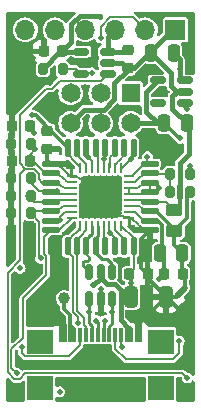
<source format=gbl>
G04 #@! TF.GenerationSoftware,KiCad,Pcbnew,8.0.2*
G04 #@! TF.CreationDate,2024-05-04T17:16:49+02:00*
G04 #@! TF.ProjectId,AVRinator,41565269-6e61-4746-9f72-2e6b69636164,1.0*
G04 #@! TF.SameCoordinates,Original*
G04 #@! TF.FileFunction,Copper,L4,Bot*
G04 #@! TF.FilePolarity,Positive*
%FSLAX46Y46*%
G04 Gerber Fmt 4.6, Leading zero omitted, Abs format (unit mm)*
G04 Created by KiCad (PCBNEW 8.0.2) date 2024-05-04 17:16:49*
%MOMM*%
%LPD*%
G01*
G04 APERTURE LIST*
G04 Aperture macros list*
%AMRoundRect*
0 Rectangle with rounded corners*
0 $1 Rounding radius*
0 $2 $3 $4 $5 $6 $7 $8 $9 X,Y pos of 4 corners*
0 Add a 4 corners polygon primitive as box body*
4,1,4,$2,$3,$4,$5,$6,$7,$8,$9,$2,$3,0*
0 Add four circle primitives for the rounded corners*
1,1,$1+$1,$2,$3*
1,1,$1+$1,$4,$5*
1,1,$1+$1,$6,$7*
1,1,$1+$1,$8,$9*
0 Add four rect primitives between the rounded corners*
20,1,$1+$1,$2,$3,$4,$5,0*
20,1,$1+$1,$4,$5,$6,$7,0*
20,1,$1+$1,$6,$7,$8,$9,0*
20,1,$1+$1,$8,$9,$2,$3,0*%
G04 Aperture macros list end*
G04 #@! TA.AperFunction,EtchedComponent*
%ADD10C,0.000000*%
G04 #@! TD*
G04 #@! TA.AperFunction,ComponentPad*
%ADD11R,1.700000X1.700000*%
G04 #@! TD*
G04 #@! TA.AperFunction,ComponentPad*
%ADD12O,1.700000X1.700000*%
G04 #@! TD*
G04 #@! TA.AperFunction,ComponentPad*
%ADD13R,1.650000X1.650000*%
G04 #@! TD*
G04 #@! TA.AperFunction,ComponentPad*
%ADD14C,1.650000*%
G04 #@! TD*
G04 #@! TA.AperFunction,SMDPad,CuDef*
%ADD15RoundRect,0.200000X-0.200000X-0.275000X0.200000X-0.275000X0.200000X0.275000X-0.200000X0.275000X0*%
G04 #@! TD*
G04 #@! TA.AperFunction,SMDPad,CuDef*
%ADD16RoundRect,0.250000X-0.250000X-0.475000X0.250000X-0.475000X0.250000X0.475000X-0.250000X0.475000X0*%
G04 #@! TD*
G04 #@! TA.AperFunction,SMDPad,CuDef*
%ADD17RoundRect,0.225000X-0.250000X0.225000X-0.250000X-0.225000X0.250000X-0.225000X0.250000X0.225000X0*%
G04 #@! TD*
G04 #@! TA.AperFunction,SMDPad,CuDef*
%ADD18RoundRect,0.150000X0.512500X0.150000X-0.512500X0.150000X-0.512500X-0.150000X0.512500X-0.150000X0*%
G04 #@! TD*
G04 #@! TA.AperFunction,SMDPad,CuDef*
%ADD19C,1.000000*%
G04 #@! TD*
G04 #@! TA.AperFunction,SMDPad,CuDef*
%ADD20RoundRect,0.225000X0.225000X0.250000X-0.225000X0.250000X-0.225000X-0.250000X0.225000X-0.250000X0*%
G04 #@! TD*
G04 #@! TA.AperFunction,SMDPad,CuDef*
%ADD21RoundRect,0.250000X-0.325000X-0.650000X0.325000X-0.650000X0.325000X0.650000X-0.325000X0.650000X0*%
G04 #@! TD*
G04 #@! TA.AperFunction,SMDPad,CuDef*
%ADD22RoundRect,0.062500X-0.062500X0.375000X-0.062500X-0.375000X0.062500X-0.375000X0.062500X0.375000X0*%
G04 #@! TD*
G04 #@! TA.AperFunction,SMDPad,CuDef*
%ADD23RoundRect,0.062500X-0.375000X0.062500X-0.375000X-0.062500X0.375000X-0.062500X0.375000X0.062500X0*%
G04 #@! TD*
G04 #@! TA.AperFunction,HeatsinkPad*
%ADD24R,3.450000X3.450000*%
G04 #@! TD*
G04 #@! TA.AperFunction,SMDPad,CuDef*
%ADD25RoundRect,0.200000X0.200000X0.275000X-0.200000X0.275000X-0.200000X-0.275000X0.200000X-0.275000X0*%
G04 #@! TD*
G04 #@! TA.AperFunction,SMDPad,CuDef*
%ADD26RoundRect,0.225000X-0.225000X-0.250000X0.225000X-0.250000X0.225000X0.250000X-0.225000X0.250000X0*%
G04 #@! TD*
G04 #@! TA.AperFunction,SMDPad,CuDef*
%ADD27RoundRect,0.250000X0.250000X0.475000X-0.250000X0.475000X-0.250000X-0.475000X0.250000X-0.475000X0*%
G04 #@! TD*
G04 #@! TA.AperFunction,SMDPad,CuDef*
%ADD28RoundRect,0.125000X-0.125000X0.625000X-0.125000X-0.625000X0.125000X-0.625000X0.125000X0.625000X0*%
G04 #@! TD*
G04 #@! TA.AperFunction,SMDPad,CuDef*
%ADD29RoundRect,0.125000X-0.625000X0.125000X-0.625000X-0.125000X0.625000X-0.125000X0.625000X0.125000X0*%
G04 #@! TD*
G04 #@! TA.AperFunction,SMDPad,CuDef*
%ADD30C,0.500000*%
G04 #@! TD*
G04 #@! TA.AperFunction,SMDPad,CuDef*
%ADD31RoundRect,0.150000X0.150000X-0.512500X0.150000X0.512500X-0.150000X0.512500X-0.150000X-0.512500X0*%
G04 #@! TD*
G04 #@! TA.AperFunction,SMDPad,CuDef*
%ADD32R,0.300000X1.150000*%
G04 #@! TD*
G04 #@! TA.AperFunction,SMDPad,CuDef*
%ADD33R,2.180000X2.000000*%
G04 #@! TD*
G04 #@! TA.AperFunction,SMDPad,CuDef*
%ADD34RoundRect,0.250000X0.450000X-0.262500X0.450000X0.262500X-0.450000X0.262500X-0.450000X-0.262500X0*%
G04 #@! TD*
G04 #@! TA.AperFunction,ViaPad*
%ADD35C,0.500000*%
G04 #@! TD*
G04 #@! TA.AperFunction,Conductor*
%ADD36C,0.300000*%
G04 #@! TD*
G04 #@! TA.AperFunction,Conductor*
%ADD37C,0.400000*%
G04 #@! TD*
G04 #@! TA.AperFunction,Conductor*
%ADD38C,0.200000*%
G04 #@! TD*
G04 #@! TA.AperFunction,Conductor*
%ADD39C,0.261112*%
G04 #@! TD*
G04 APERTURE END LIST*
D10*
G04 #@! TA.AperFunction,EtchedComponent*
G36*
X69542130Y-72772023D02*
G01*
X68835023Y-73479130D01*
X68481470Y-73125577D01*
X69188577Y-72418470D01*
X69542130Y-72772023D01*
G37*
G04 #@! TD.AperFunction*
G04 #@! TA.AperFunction,EtchedComponent*
G36*
X69185600Y-65016000D02*
G01*
X68685600Y-65016000D01*
X68685600Y-64016000D01*
X69185600Y-64016000D01*
X69185600Y-65016000D01*
G37*
G04 #@! TD.AperFunction*
D11*
X68554600Y-50774600D03*
D12*
X66014600Y-50774600D03*
X63474600Y-50774600D03*
X60934600Y-50774600D03*
X58394600Y-50774600D03*
X55854600Y-50774600D03*
D13*
X64770000Y-56134000D03*
D14*
X64770000Y-58674000D03*
X62230000Y-56134000D03*
X62230000Y-58674000D03*
X59690000Y-56134000D03*
X59690000Y-58674000D03*
D15*
X68110600Y-64516000D03*
X69760600Y-64516000D03*
D16*
X67630000Y-58699400D03*
X69530000Y-58699400D03*
D17*
X64516000Y-52463400D03*
X64516000Y-54013400D03*
D18*
X62859500Y-52618600D03*
X62859500Y-53568600D03*
X62859500Y-54518600D03*
X60584500Y-54518600D03*
X60584500Y-52618600D03*
D15*
X68110600Y-62992000D03*
X69760600Y-62992000D03*
D19*
X59131200Y-73507600D03*
D20*
X58966400Y-52603400D03*
X57416400Y-52603400D03*
D21*
X64819000Y-73355200D03*
X67769000Y-73355200D03*
D22*
X60480000Y-62484900D03*
X60980000Y-62484900D03*
X61480000Y-62484900D03*
X61980000Y-62484900D03*
X62480000Y-62484900D03*
X62980000Y-62484900D03*
X63480000Y-62484900D03*
X63980000Y-62484900D03*
D23*
X64667500Y-63172400D03*
X64667500Y-63672400D03*
X64667500Y-64172400D03*
X64667500Y-64672400D03*
X64667500Y-65172400D03*
X64667500Y-65672400D03*
X64667500Y-66172400D03*
X64667500Y-66672400D03*
D22*
X63980000Y-67359900D03*
X63480000Y-67359900D03*
X62980000Y-67359900D03*
X62480000Y-67359900D03*
X61980000Y-67359900D03*
X61480000Y-67359900D03*
X60980000Y-67359900D03*
X60480000Y-67359900D03*
D23*
X59792500Y-66672400D03*
X59792500Y-66172400D03*
X59792500Y-65672400D03*
X59792500Y-65172400D03*
X59792500Y-64672400D03*
X59792500Y-64172400D03*
X59792500Y-63672400D03*
X59792500Y-63172400D03*
D24*
X62230000Y-64922400D03*
D25*
X56324000Y-60401200D03*
X54674000Y-60401200D03*
D18*
X69361900Y-55057000D03*
X69361900Y-56007000D03*
X69361900Y-56957000D03*
X67086900Y-56957000D03*
X67086900Y-55057000D03*
D26*
X64655400Y-71424800D03*
X66205400Y-71424800D03*
D27*
X68412400Y-52730400D03*
X66512400Y-52730400D03*
D15*
X54674000Y-66294000D03*
X56324000Y-66294000D03*
D28*
X59430000Y-60747400D03*
X60230000Y-60747400D03*
X61030000Y-60747400D03*
X61830000Y-60747400D03*
X62630000Y-60747400D03*
X63430000Y-60747400D03*
X64230000Y-60747400D03*
X65030000Y-60747400D03*
D29*
X66405000Y-62122400D03*
X66405000Y-62922400D03*
X66405000Y-63722400D03*
X66405000Y-64522400D03*
X66405000Y-65322400D03*
X66405000Y-66122400D03*
X66405000Y-66922400D03*
X66405000Y-67722400D03*
D28*
X65030000Y-69097400D03*
X64230000Y-69097400D03*
X63430000Y-69097400D03*
X62630000Y-69097400D03*
X61830000Y-69097400D03*
X61030000Y-69097400D03*
X60230000Y-69097400D03*
X59430000Y-69097400D03*
D29*
X58055000Y-67722400D03*
X58055000Y-66922400D03*
X58055000Y-66122400D03*
X58055000Y-65322400D03*
X58055000Y-64522400D03*
X58055000Y-63722400D03*
X58055000Y-62922400D03*
X58055000Y-62122400D03*
D30*
X68658247Y-73302353D03*
X69365353Y-72595247D03*
D31*
X63180000Y-73527500D03*
X62230000Y-73527500D03*
X61280000Y-73527500D03*
X61280000Y-71252500D03*
X62230000Y-71252500D03*
X63180000Y-71252500D03*
D32*
X65580000Y-76586000D03*
X64780000Y-76586000D03*
X63480000Y-76586000D03*
X62480000Y-76586000D03*
X61980000Y-76586000D03*
X60980000Y-76586000D03*
X59680000Y-76586000D03*
X58880000Y-76586000D03*
X59180000Y-76586000D03*
X59980000Y-76586000D03*
X60480000Y-76586000D03*
X61480000Y-76586000D03*
X62980000Y-76586000D03*
X63980000Y-76586000D03*
X64480000Y-76586000D03*
X65280000Y-76586000D03*
D33*
X67340000Y-81091000D03*
X67340000Y-77161000D03*
X57120000Y-81091000D03*
X57120000Y-77161000D03*
D16*
X67249000Y-69697600D03*
X69149000Y-69697600D03*
D25*
X59016400Y-54076600D03*
X57366400Y-54076600D03*
D17*
X57734200Y-59346800D03*
X57734200Y-60896800D03*
D25*
X56324000Y-64820800D03*
X54674000Y-64820800D03*
D26*
X54724000Y-61874400D03*
X56274000Y-61874400D03*
X67639600Y-71424800D03*
X69189600Y-71424800D03*
D30*
X68935600Y-65016000D03*
X68935600Y-64016000D03*
D34*
X68453000Y-67841500D03*
X68453000Y-66016500D03*
D20*
X56274000Y-58928000D03*
X54724000Y-58928000D03*
D25*
X56324000Y-63347600D03*
X54674000Y-63347600D03*
D35*
X59131200Y-73507600D03*
X62219089Y-49646089D03*
X61591590Y-72411990D03*
X68961000Y-54051200D03*
X60871100Y-63919100D03*
X64947800Y-75361800D03*
X54533800Y-55956200D03*
X61493400Y-52044600D03*
X66217800Y-69951600D03*
X63677800Y-79121000D03*
X63830200Y-66268600D03*
X56464200Y-55930800D03*
X57912000Y-55245000D03*
X54940200Y-72034400D03*
X67005200Y-60325000D03*
X54686200Y-49758600D03*
X69824600Y-68249800D03*
X64008000Y-70383400D03*
X63779400Y-63423800D03*
X67640200Y-56057800D03*
X54674000Y-65557400D03*
X68148200Y-60071000D03*
X55905400Y-52171600D03*
X69773800Y-73355200D03*
X57327800Y-73837800D03*
X60934600Y-55626000D03*
X60452000Y-81153000D03*
X69773800Y-74168000D03*
X56515000Y-53162200D03*
X54965600Y-75996800D03*
X59740800Y-53289200D03*
X54660800Y-59664600D03*
X69824600Y-67335400D03*
X61087000Y-58140600D03*
X64185800Y-81178400D03*
X69697600Y-53492400D03*
X67411600Y-74980800D03*
X62331600Y-81178400D03*
X54610000Y-53238400D03*
X61696600Y-53568600D03*
X69875400Y-81584800D03*
X54635400Y-61112400D03*
X57353200Y-74879200D03*
X68757800Y-61366400D03*
X56108600Y-70180200D03*
X62230000Y-72720200D03*
X68326000Y-75387200D03*
X69672200Y-52222400D03*
X67589400Y-61315600D03*
X56413400Y-75692000D03*
X54508400Y-81559400D03*
X69773800Y-76200000D03*
X64160400Y-57531000D03*
X62941200Y-77876400D03*
X54686200Y-67056000D03*
X60731400Y-79121000D03*
X66573400Y-54025800D03*
X56896000Y-49682400D03*
X59029600Y-75641200D03*
X66217800Y-69088000D03*
X64795400Y-72186800D03*
X55422800Y-70967600D03*
X56460793Y-58014167D03*
X67157600Y-71907400D03*
X69760600Y-62280800D03*
X68970600Y-59947762D03*
X56565800Y-59486800D03*
X56718200Y-60883800D03*
X58775600Y-81407000D03*
X55143400Y-79832200D03*
X69570600Y-80264000D03*
X68884800Y-77114400D03*
X61150400Y-61531600D03*
X61290200Y-74620200D03*
X62589244Y-75387200D03*
X61872211Y-75389389D03*
X63169800Y-74625200D03*
X55575200Y-77647800D03*
X60230000Y-60747400D03*
X64058800Y-77622400D03*
X60325000Y-75565000D03*
X62230000Y-51435000D03*
X69545200Y-57454800D03*
X58521600Y-64414400D03*
X57150000Y-70129400D03*
X56083200Y-64820800D03*
X61493400Y-54406800D03*
X61830000Y-60747400D03*
X58782000Y-66833800D03*
X62560200Y-61671200D03*
X63430000Y-60747400D03*
X64230000Y-60747400D03*
X64820800Y-61747400D03*
X66192400Y-61518800D03*
X67183000Y-64135000D03*
X64230000Y-69097400D03*
X62992000Y-67945000D03*
X62630000Y-69097400D03*
D36*
X64780000Y-76586000D02*
X64780000Y-76124218D01*
D37*
X62798026Y-72315000D02*
X63411974Y-72315000D01*
D36*
X64480000Y-76586000D02*
X64480000Y-76109001D01*
D37*
X58966400Y-52603400D02*
X58826400Y-52603400D01*
X63917000Y-75331929D02*
X64587036Y-76001965D01*
X58966400Y-52603400D02*
X59758000Y-51811800D01*
D36*
X64780000Y-76194929D02*
X64587036Y-76001965D01*
D37*
X68961000Y-53279000D02*
X68412400Y-52730400D01*
X68961000Y-54051200D02*
X68961000Y-54656100D01*
D36*
X64480000Y-76109001D02*
X64587036Y-76001965D01*
X59680000Y-75768200D02*
X59680000Y-74945159D01*
D37*
X61591590Y-72411990D02*
X62223180Y-71780400D01*
D36*
X64780000Y-76124218D02*
X64558891Y-75903109D01*
D37*
X63917000Y-72820026D02*
X63917000Y-75331929D01*
D36*
X59980000Y-76586000D02*
X59980000Y-76068200D01*
D37*
X58826400Y-52603400D02*
X57366400Y-54063400D01*
X63411974Y-72315000D02*
X63917000Y-72820026D01*
D36*
X59680000Y-74945159D02*
X59131200Y-74396359D01*
D37*
X59758000Y-50312470D02*
X60447470Y-49623000D01*
D36*
X59131200Y-74396359D02*
X59131200Y-73507600D01*
X59680000Y-76586000D02*
X59680000Y-75768200D01*
D37*
X68961000Y-54051200D02*
X68961000Y-53279000D01*
D36*
X59980000Y-76068200D02*
X59680000Y-75768200D01*
X64780000Y-76586000D02*
X64780000Y-76194929D01*
D37*
X62263426Y-71780400D02*
X62798026Y-72315000D01*
X60584500Y-52618600D02*
X58981600Y-52618600D01*
X62230000Y-71773580D02*
X62230000Y-71252500D01*
X62196000Y-49623000D02*
X62219089Y-49646089D01*
X58981600Y-52618600D02*
X58966400Y-52603400D01*
X68961000Y-54656100D02*
X69361900Y-55057000D01*
D36*
X64780000Y-76586000D02*
X64780000Y-76161000D01*
D37*
X60447470Y-49623000D02*
X62196000Y-49623000D01*
X57366400Y-54063400D02*
X57366400Y-54076600D01*
X61591590Y-72411990D02*
X62230000Y-71773580D01*
X59758000Y-51811800D02*
X59758000Y-50312470D01*
X62223180Y-71780400D02*
X62263426Y-71780400D01*
D38*
X64797926Y-66674958D02*
X65449648Y-67326680D01*
D36*
X67769000Y-73355200D02*
X68605400Y-73355200D01*
D38*
X59662074Y-63169842D02*
X59010352Y-62518120D01*
D36*
X69773800Y-75360000D02*
X69773800Y-76200000D01*
X54635400Y-61112400D02*
X54674000Y-61151000D01*
D38*
X64667500Y-66672400D02*
X64797926Y-66674958D01*
D36*
X64947800Y-75361800D02*
X65280000Y-75694000D01*
D38*
X62230000Y-64922400D02*
X62099574Y-64919842D01*
D36*
X58880000Y-76586000D02*
X58880000Y-75790800D01*
X56413400Y-75692000D02*
X58978800Y-75692000D01*
X65280000Y-76586000D02*
X65280000Y-75867800D01*
X66205400Y-71791600D02*
X66205400Y-71424800D01*
X54674000Y-60401200D02*
X54674000Y-61073800D01*
X65580000Y-75567800D02*
X65580000Y-76586000D01*
X57734200Y-60896800D02*
X57734200Y-61801600D01*
D38*
X59792500Y-63172400D02*
X59662074Y-63169842D01*
X63493864Y-66186264D02*
X62230000Y-64922400D01*
D36*
X67769000Y-73355200D02*
X67769000Y-73378800D01*
X54674000Y-61073800D02*
X54635400Y-61112400D01*
X67760999Y-73397999D02*
X67769000Y-73389998D01*
X65684400Y-70903800D02*
X65684400Y-68443000D01*
X62230000Y-72720200D02*
X62230000Y-73527500D01*
X67769000Y-73389998D02*
X67769000Y-73355200D01*
X57734200Y-61801600D02*
X58055000Y-62122400D01*
X57734200Y-60629800D02*
X57734200Y-60896800D01*
X67769000Y-73378800D02*
X65580000Y-75567800D01*
D38*
X62099574Y-64919842D02*
X60747852Y-63568120D01*
D36*
X65280000Y-75694000D02*
X65280000Y-75867800D01*
X65280000Y-75867800D02*
X65580000Y-75567800D01*
X67769000Y-73355200D02*
X66205400Y-71791600D01*
X59180000Y-75791600D02*
X59029600Y-75641200D01*
X59180000Y-76586000D02*
X59180000Y-75791600D01*
X68605400Y-73355200D02*
X68658247Y-73302353D01*
X67769000Y-73355200D02*
X69773800Y-75360000D01*
X58978800Y-75692000D02*
X59029600Y-75641200D01*
X58880000Y-75790800D02*
X59029600Y-75641200D01*
X66205400Y-71424800D02*
X65684400Y-70903800D01*
X54674000Y-61151000D02*
X54674000Y-66294000D01*
X65684400Y-68443000D02*
X66405000Y-67722400D01*
D38*
X65449648Y-67326680D02*
G75*
G03*
X66405000Y-67722392I955352J955380D01*
G01*
X59010352Y-62518120D02*
G75*
G03*
X58055000Y-62122408I-955352J-955380D01*
G01*
X64667500Y-66672400D02*
G75*
G02*
X63493858Y-66186270I0J1659800D01*
G01*
X60747852Y-63568120D02*
G75*
G03*
X59792500Y-63172408I-955352J-955380D01*
G01*
X60477442Y-62354474D02*
X59825720Y-61702752D01*
D36*
X56460793Y-58014167D02*
X56769567Y-58014167D01*
X55422800Y-70967600D02*
X55451000Y-70939400D01*
D38*
X64655400Y-71424800D02*
X65030000Y-71050200D01*
D36*
X64795400Y-73331600D02*
X64795400Y-72186800D01*
D38*
X63980000Y-67359900D02*
X65030000Y-68409900D01*
D36*
X56769567Y-58014167D02*
X57734200Y-58978800D01*
D38*
X65030000Y-68409900D02*
X65030000Y-69097400D01*
D36*
X57734200Y-59346800D02*
X58029400Y-59346800D01*
X64795400Y-72186800D02*
X64795400Y-71564800D01*
X57734200Y-58978800D02*
X57734200Y-59346800D01*
X58029400Y-59346800D02*
X59430000Y-60747400D01*
D38*
X60480000Y-62484900D02*
X60477442Y-62354474D01*
D36*
X64819000Y-73355200D02*
X64795400Y-73331600D01*
D38*
X65030000Y-71050200D02*
X65030000Y-69097400D01*
D36*
X64795400Y-71564800D02*
X64655400Y-71424800D01*
D38*
X59825720Y-61702752D02*
G75*
G02*
X59430008Y-60747400I955380J955352D01*
G01*
D36*
X67639600Y-70088200D02*
X67249000Y-69697600D01*
D38*
X65126025Y-66172400D02*
X65667804Y-66714179D01*
D36*
X67049400Y-66922400D02*
X66405000Y-66922400D01*
X67639600Y-71425400D02*
X67157600Y-71907400D01*
X67432000Y-69453600D02*
X67432000Y-67305000D01*
X67432000Y-67305000D02*
X67049400Y-66922400D01*
X67639600Y-71424800D02*
X67639600Y-70088200D01*
X67249000Y-69697600D02*
X67249000Y-69636600D01*
D38*
X66405000Y-66922400D02*
X66170493Y-66922400D01*
D36*
X67249000Y-69636600D02*
X67432000Y-69453600D01*
X67639600Y-71424800D02*
X67639600Y-71425400D01*
D38*
X64667500Y-66172400D02*
X65126025Y-66172400D01*
X65667804Y-66714179D02*
G75*
G03*
X66170493Y-66922407I502696J502679D01*
G01*
D36*
X68878362Y-59947762D02*
X67630000Y-58699400D01*
D37*
X64360800Y-52618600D02*
X62859500Y-52618600D01*
X67630000Y-58699400D02*
X67081400Y-58699400D01*
X64770000Y-58674000D02*
X67604600Y-58674000D01*
X62859500Y-52618600D02*
X62859500Y-51389700D01*
D36*
X69760600Y-62280800D02*
X69760600Y-62992000D01*
D38*
X56565800Y-59219800D02*
X56274000Y-58928000D01*
D37*
X66097400Y-57715400D02*
X66097400Y-56046500D01*
X62859500Y-51389700D02*
X63474600Y-50774600D01*
D36*
X68970600Y-59947762D02*
X68878362Y-59947762D01*
D37*
X66097400Y-56046500D02*
X67086900Y-55057000D01*
X64516000Y-52463400D02*
X64360800Y-52618600D01*
X67604600Y-58674000D02*
X67630000Y-58699400D01*
D38*
X56565800Y-59486800D02*
X56565800Y-59219800D01*
D37*
X67081400Y-58699400D02*
X66097400Y-57715400D01*
D38*
X59458961Y-63635936D02*
X59344238Y-63569690D01*
X59586919Y-63670233D02*
X59458961Y-63635936D01*
X59792500Y-63672400D02*
X59653157Y-63672400D01*
X59344238Y-63569690D02*
X59295854Y-63524400D01*
X59295854Y-63524400D02*
X59145592Y-63374138D01*
X56274000Y-61328000D02*
X56274000Y-61874400D01*
X56718200Y-60883800D02*
X56324000Y-60489600D01*
X57563000Y-62922400D02*
X58055000Y-62922400D01*
X56718200Y-60883800D02*
X56274000Y-61328000D01*
X59653157Y-63672400D02*
X59586919Y-63670233D01*
X56515000Y-61874400D02*
X57563000Y-62922400D01*
X56324000Y-60489600D02*
X56324000Y-60401200D01*
X56274000Y-61874400D02*
X56515000Y-61874400D01*
X59145592Y-63374138D02*
G75*
G03*
X58055000Y-62922391I-1090592J-1090562D01*
G01*
X59792500Y-66672400D02*
X58742500Y-67722400D01*
X58742500Y-67722400D02*
X58055000Y-67722400D01*
X55651400Y-73507600D02*
X57650000Y-71509000D01*
X57650000Y-71509000D02*
X57650000Y-69922293D01*
X57480200Y-69752493D02*
X57480200Y-68297200D01*
X57650000Y-69922293D02*
X57480200Y-69752493D01*
X55651400Y-76864493D02*
X55651400Y-73507600D01*
X57480200Y-68297200D02*
X58055000Y-67722400D01*
X55143400Y-79832200D02*
X54686200Y-79375000D01*
X54686200Y-79375000D02*
X54686200Y-77829693D01*
X54686200Y-77829693D02*
X55651400Y-76864493D01*
X69164200Y-79857600D02*
X69570600Y-80264000D01*
X57023000Y-63000374D02*
X56572026Y-62549400D01*
X55397400Y-70285893D02*
X54349600Y-71333693D01*
X55397400Y-62080076D02*
X55397400Y-57962800D01*
X57305001Y-63722400D02*
X57023000Y-63440399D01*
X55388800Y-80332200D02*
X55863400Y-79857600D01*
X55397400Y-63018724D02*
X55397400Y-70285893D01*
X55866724Y-62549400D02*
X55397400Y-63018724D01*
X62270900Y-55107200D02*
X62859500Y-54518600D01*
X58055000Y-63722400D02*
X57305001Y-63722400D01*
X56572026Y-62549400D02*
X55866724Y-62549400D01*
X55866724Y-62549400D02*
X55397400Y-62080076D01*
X58756907Y-55107200D02*
X62270900Y-55107200D01*
X58187701Y-63722400D02*
X58055000Y-63722400D01*
D36*
X62859500Y-54426700D02*
X62849800Y-54417000D01*
D38*
X59792500Y-64172400D02*
X59274096Y-64172400D01*
X54932200Y-80332200D02*
X55388800Y-80332200D01*
X55397400Y-57962800D02*
X57615200Y-55745000D01*
X57023000Y-63440399D02*
X57023000Y-63000374D01*
X55863400Y-79857600D02*
X69164200Y-79857600D01*
X54349600Y-79749600D02*
X54932200Y-80332200D01*
X54349600Y-71333693D02*
X54349600Y-79749600D01*
D36*
X62859500Y-54518600D02*
X62859500Y-54426700D01*
D38*
X58119107Y-55745000D02*
X58756907Y-55107200D01*
X57615200Y-55745000D02*
X58119107Y-55745000D01*
X58877200Y-64008000D02*
X58807794Y-63941914D01*
X58807794Y-63941914D02*
G75*
G03*
X58187701Y-63722394I-610194J-738086D01*
G01*
X59274096Y-64172400D02*
G75*
G02*
X58877201Y-64007999I4J561300D01*
G01*
X63480000Y-76586000D02*
X63480000Y-77780200D01*
X61480000Y-61833796D02*
X61480000Y-62484900D01*
X61150400Y-61531600D02*
X61417120Y-61798320D01*
X68389200Y-78655800D02*
X68884800Y-78160200D01*
X64355600Y-78655800D02*
X68389200Y-78655800D01*
X63480000Y-77780200D02*
X64355600Y-78655800D01*
X61417120Y-61798320D02*
X61480000Y-61833796D01*
X68884800Y-78160200D02*
X68884800Y-77114400D01*
D39*
X62480000Y-75496444D02*
X62480000Y-76586000D01*
X61480000Y-76586000D02*
X61480000Y-75818209D01*
X61290200Y-73537700D02*
X61280000Y-73527500D01*
X61480000Y-75818209D02*
X61290200Y-75628409D01*
X61290200Y-74620200D02*
X61290200Y-73537700D01*
X62589244Y-75387200D02*
X62480000Y-75496444D01*
X61290200Y-75628409D02*
X61290200Y-74620200D01*
X61872211Y-75389389D02*
X61980000Y-75497178D01*
X63169800Y-73537700D02*
X63180000Y-73527500D01*
X61980000Y-75497178D02*
X61980000Y-76586000D01*
X62980000Y-75870244D02*
X62980000Y-76586000D01*
X63169800Y-75680444D02*
X62980000Y-75870244D01*
X63169800Y-74625200D02*
X63169800Y-73537700D01*
X63169800Y-74625200D02*
X63169800Y-75680444D01*
D38*
X60980000Y-67533148D02*
X60977287Y-67624279D01*
X60929216Y-67818370D02*
X60639991Y-68107595D01*
X60980000Y-67359900D02*
X60980000Y-67533148D01*
X60980000Y-75927107D02*
X60980000Y-76586000D01*
X60230000Y-69097400D02*
X60230000Y-74575920D01*
X60825000Y-75772107D02*
X60980000Y-75927107D01*
X60825000Y-75170920D02*
X60825000Y-75772107D01*
X60230000Y-74575920D02*
X60825000Y-75170920D01*
X60930101Y-67800327D02*
X60929216Y-67818370D01*
X60977287Y-67624279D02*
X60930101Y-67800327D01*
X60639991Y-68107595D02*
G75*
G03*
X60230002Y-69097400I989809J-989805D01*
G01*
X55803000Y-78388000D02*
X59567594Y-78388000D01*
X60980000Y-62136254D02*
X60980000Y-62484900D01*
X55575200Y-78160200D02*
X55803000Y-78388000D01*
X60230000Y-60747400D02*
X60230000Y-61386254D01*
X59567594Y-78388000D02*
X60480000Y-77475594D01*
X55575200Y-77647800D02*
X55575200Y-78160200D01*
X60230000Y-61386254D02*
X60980000Y-62136254D01*
X60480000Y-77475594D02*
X60480000Y-76586000D01*
X60480000Y-67359900D02*
X60477940Y-67449887D01*
X60325000Y-75565000D02*
X60325000Y-75095184D01*
X60436470Y-67670884D02*
X60421605Y-67671513D01*
X63980000Y-77543600D02*
X64058800Y-77622400D01*
X59430000Y-69548666D02*
X59430000Y-69097400D01*
X60475482Y-67525265D02*
X60436470Y-67670884D01*
X60477940Y-67449887D02*
X60475482Y-67525265D01*
X59893200Y-74663384D02*
X59893200Y-70011866D01*
X60421605Y-67671513D02*
X60392578Y-67683556D01*
X59893200Y-70011866D02*
X59430000Y-69548666D01*
X60325000Y-75095184D02*
X59893200Y-74663384D01*
X60392578Y-67683556D02*
X59749094Y-68327040D01*
X63980000Y-76586000D02*
X63980000Y-77543600D01*
X59749094Y-68327040D02*
G75*
G03*
X59430014Y-69097400I770406J-770360D01*
G01*
D36*
X68453000Y-67841500D02*
X68453000Y-67648422D01*
X69365353Y-71600553D02*
X69189600Y-71424800D01*
X68453000Y-69001600D02*
X69149000Y-69697600D01*
X68453000Y-67841500D02*
X69570600Y-66723900D01*
X69149000Y-69697600D02*
X69149000Y-71384200D01*
X66926978Y-66122400D02*
X66405000Y-66122400D01*
D38*
X64667500Y-65672400D02*
X64673695Y-65666781D01*
X64697482Y-65659981D02*
X65491315Y-65659981D01*
X64673695Y-65666781D02*
X64689129Y-65660384D01*
X65491315Y-65659981D02*
X65634641Y-65803307D01*
D36*
X69570600Y-66723900D02*
X69570600Y-64706000D01*
X68453000Y-67841500D02*
X68453000Y-69001600D01*
X69365353Y-72595247D02*
X69365353Y-71600553D01*
X69570600Y-64706000D02*
X69760600Y-64516000D01*
X69149000Y-71384200D02*
X69189600Y-71424800D01*
X68453000Y-67648422D02*
X66926978Y-66122400D01*
D38*
X64689129Y-65660384D02*
X64697482Y-65659981D01*
X65634641Y-65803307D02*
G75*
G03*
X66405000Y-66122386I770359J770407D01*
G01*
X62230000Y-51435000D02*
X62230000Y-50521891D01*
X63028891Y-49723000D02*
X64963000Y-49723000D01*
X62230000Y-50521891D02*
X63028891Y-49723000D01*
X64963000Y-49723000D02*
X66014600Y-50774600D01*
D37*
X68699401Y-56007000D02*
X68199000Y-55506599D01*
X69530000Y-58699400D02*
X69697600Y-58867000D01*
X68699401Y-56007000D02*
X68300600Y-56405801D01*
X69697600Y-58867000D02*
X69697600Y-61315666D01*
X69697600Y-61315666D02*
X68935600Y-62077666D01*
X60842000Y-57522000D02*
X62518400Y-57522000D01*
X68199000Y-54417000D02*
X66512400Y-52730400D01*
X64516000Y-54013400D02*
X65024000Y-54013400D01*
X63382000Y-55299152D02*
X64516000Y-54165152D01*
X68300600Y-57470000D02*
X69530000Y-58699400D01*
X62518400Y-57522000D02*
X63382000Y-56658400D01*
X69361900Y-56007000D02*
X68699401Y-56007000D01*
X62859500Y-53568600D02*
X64071200Y-53568600D01*
X68935600Y-62077666D02*
X68935600Y-64016000D01*
X68300600Y-56405801D02*
X68300600Y-57470000D01*
X65024000Y-54013400D02*
X68262800Y-50774600D01*
X68199000Y-55506599D02*
X68199000Y-54417000D01*
X63382000Y-56658400D02*
X63382000Y-55299152D01*
X64516000Y-54165152D02*
X64516000Y-54013400D01*
X59690000Y-58674000D02*
X60842000Y-57522000D01*
X68262800Y-50774600D02*
X68554600Y-50774600D01*
X64071200Y-53568600D02*
X64516000Y-54013400D01*
D36*
X69361900Y-57271500D02*
X69545200Y-57454800D01*
X69361900Y-56957000D02*
X69361900Y-57271500D01*
D38*
X58163000Y-64414400D02*
X58055000Y-64522400D01*
X59792500Y-64672400D02*
X58417132Y-64672400D01*
X58521600Y-64414400D02*
X57023000Y-64414400D01*
X58521600Y-64414400D02*
X58163000Y-64414400D01*
X57023000Y-64414400D02*
X56324000Y-63715400D01*
X56324000Y-63715400D02*
X56324000Y-63347600D01*
X58417132Y-64672400D02*
G75*
G02*
X58054991Y-64522409I-32J512100D01*
G01*
X57048400Y-67018400D02*
X56324000Y-66294000D01*
X57048400Y-70027800D02*
X57048400Y-67018400D01*
X58055000Y-66122400D02*
X56495600Y-66122400D01*
X59792500Y-65672400D02*
X59141396Y-65672400D01*
X56495600Y-66122400D02*
X56324000Y-66294000D01*
X57150000Y-70129400D02*
X57048400Y-70027800D01*
X59141396Y-65672400D02*
G75*
G02*
X58055000Y-66122399I-1086396J1086400D01*
G01*
X59016400Y-54076600D02*
X60142500Y-54076600D01*
X56083200Y-64820800D02*
X56584800Y-65322400D01*
X56083200Y-64820800D02*
X56324000Y-64820800D01*
X56584800Y-65322400D02*
X58055000Y-65322400D01*
X59792500Y-65172400D02*
X58417132Y-65172400D01*
X60142500Y-54076600D02*
X60584500Y-54518600D01*
X58417132Y-65172400D02*
G75*
G03*
X58054991Y-65322391I-32J-512100D01*
G01*
X66474600Y-62992000D02*
X66405000Y-62922400D01*
X65126025Y-63672400D02*
X65501983Y-63296442D01*
X68110600Y-64516000D02*
X68110600Y-62992000D01*
X68110600Y-62992000D02*
X66474600Y-62992000D01*
X64667500Y-63672400D02*
X65126025Y-63672400D01*
X65501983Y-63296442D02*
G75*
G02*
X66405000Y-62922412I903017J-903058D01*
G01*
X61980000Y-60897400D02*
X61980000Y-62484900D01*
X61830000Y-60747400D02*
X61980000Y-60897400D01*
X58782000Y-66833800D02*
X58782000Y-66646666D01*
X58782000Y-66833800D02*
X58594866Y-66833800D01*
X58594866Y-66833800D02*
X58506266Y-66922400D01*
X58782000Y-66646666D02*
X59256266Y-66172400D01*
X58506266Y-66922400D02*
X58055000Y-66922400D01*
X59256266Y-66172400D02*
X59792500Y-66172400D01*
X62560200Y-61671200D02*
X62480000Y-61591000D01*
X62480000Y-61751400D02*
X62560200Y-61671200D01*
X62480000Y-61591000D02*
X62480000Y-61109532D01*
X62480000Y-62484900D02*
X62480000Y-61751400D01*
X62480000Y-61109532D02*
G75*
G02*
X62629991Y-60747391I512100J32D01*
G01*
X63060200Y-61577600D02*
X63430000Y-61207800D01*
X63060200Y-62404700D02*
X63060200Y-61577600D01*
X63430000Y-61207800D02*
X63430000Y-60747400D01*
X62980000Y-62484900D02*
X63060200Y-62404700D01*
X64230000Y-60747400D02*
X64230000Y-61397891D01*
X63482167Y-62279319D02*
X63480000Y-62345557D01*
X63582710Y-62036638D02*
X63516464Y-62151361D01*
X64230000Y-61397891D02*
X63836796Y-61791095D01*
X63778262Y-61837992D02*
X63628000Y-61988254D01*
X63480000Y-62345557D02*
X63480000Y-62484900D01*
X63628000Y-61988254D02*
X63582710Y-62036638D01*
X63516464Y-62151361D02*
X63482167Y-62279319D01*
X63836796Y-61791095D02*
G75*
G03*
X63778262Y-61837992I3960304J-5003005D01*
G01*
X64820800Y-61747400D02*
X64795400Y-61747400D01*
X64999867Y-61568333D02*
X64820800Y-61747400D01*
X64057900Y-62484900D02*
X63980000Y-62484900D01*
X64999867Y-60957973D02*
X64999867Y-61568333D01*
X64795400Y-61747400D02*
X64057900Y-62484900D01*
X65030000Y-60747400D02*
G75*
G03*
X64999867Y-60957973I55350600J-8028100D01*
G01*
X64886777Y-63131463D02*
X65535809Y-62482431D01*
X64742291Y-63170179D02*
X64886777Y-63131463D01*
X64667500Y-63172400D02*
X64742291Y-63170179D01*
X66192400Y-61909800D02*
X66405000Y-62122400D01*
X66192400Y-61518800D02*
X66192400Y-61909800D01*
X65535809Y-62482431D02*
G75*
G02*
X66405000Y-62122394I869191J-869169D01*
G01*
X66405000Y-63722400D02*
X66770400Y-63722400D01*
X64667500Y-64672400D02*
X66042868Y-64672400D01*
X64667500Y-64672400D02*
X64667500Y-64172400D01*
X64667500Y-64172400D02*
X65318604Y-64172400D01*
X66405000Y-64522400D02*
X66405000Y-63722400D01*
X66770400Y-63722400D02*
X67183000Y-64135000D01*
X65318604Y-64172400D02*
G75*
G02*
X66405000Y-63722401I1086396J-1086400D01*
G01*
X66042868Y-64672400D02*
G75*
G03*
X66405009Y-64522409I32J512100D01*
G01*
X67758900Y-65322400D02*
X68453000Y-66016500D01*
X64667500Y-65172400D02*
X66042868Y-65172400D01*
D36*
X68935600Y-65533900D02*
X68453000Y-66016500D01*
D38*
X66405000Y-65322400D02*
X67758900Y-65322400D01*
D36*
X68935600Y-65016000D02*
X68935600Y-65533900D01*
D38*
X66042868Y-65172400D02*
G75*
G02*
X66405009Y-65322391I32J-512100D01*
G01*
X63480000Y-67725893D02*
X63480000Y-67359900D01*
X64230000Y-68475893D02*
X63480000Y-67725893D01*
X64230000Y-69097400D02*
X64230000Y-68475893D01*
X63390330Y-68343330D02*
X62992000Y-67945000D01*
X62992000Y-67720546D02*
X62980000Y-67708546D01*
X63390330Y-68723738D02*
X63390330Y-68343330D01*
X62980000Y-67708546D02*
X62980000Y-67359900D01*
X62992000Y-67945000D02*
X62992000Y-67720546D01*
X63430000Y-69097400D02*
G75*
G03*
X63390320Y-68723740I-1583300J20800D01*
G01*
X62630000Y-69097400D02*
X62484000Y-68951400D01*
X62484000Y-68951400D02*
X62484000Y-67363900D01*
X62484000Y-67363900D02*
X62480000Y-67359900D01*
D39*
X63180000Y-71252500D02*
X63180000Y-71247159D01*
X63180000Y-71247159D02*
X63180000Y-70590001D01*
X62312838Y-70177956D02*
X61830000Y-69695118D01*
X63180000Y-70590001D02*
X62767955Y-70177956D01*
X61980000Y-67359900D02*
X61980000Y-68201794D01*
X62767955Y-70177956D02*
X62312838Y-70177956D01*
X61712697Y-68980097D02*
X61830000Y-69097400D01*
X61980000Y-68201794D02*
X61712697Y-68469097D01*
X61830000Y-69695118D02*
X61830000Y-69097400D01*
X61712697Y-68469097D02*
X61712697Y-68980097D01*
X61030000Y-69594164D02*
X61030000Y-69097400D01*
X60735550Y-70708050D02*
X60735550Y-70513613D01*
X61291112Y-70235832D02*
X61291112Y-70035832D01*
X61480000Y-68045158D02*
X61378660Y-68146498D01*
X60882775Y-70366388D02*
X61030000Y-70366388D01*
X61030000Y-70366388D02*
X61160556Y-70366388D01*
X61480000Y-67359900D02*
X61480000Y-68045158D01*
X61030000Y-69774720D02*
X61030000Y-69594164D01*
X61032112Y-68983139D02*
X61030000Y-69097400D01*
X61280000Y-71252500D02*
X61030000Y-71002500D01*
X61378660Y-68146498D02*
G75*
G03*
X61032139Y-68983139I836640J-836602D01*
G01*
X61291112Y-70035832D02*
G75*
G03*
X61160556Y-69905288I-130512J32D01*
G01*
X61030000Y-71002500D02*
G75*
G03*
X60882775Y-70855300I-147200J0D01*
G01*
X60882775Y-70855275D02*
G75*
G02*
X60735625Y-70708050I25J147175D01*
G01*
X61160556Y-70366388D02*
G75*
G03*
X61291188Y-70235832I44J130588D01*
G01*
X61160556Y-69905276D02*
G75*
G02*
X61030024Y-69774720I44J130576D01*
G01*
X60735550Y-70513613D02*
G75*
G02*
X60882775Y-70366350I147250J13D01*
G01*
G04 #@! TA.AperFunction,Conductor*
G36*
X54455303Y-80280720D02*
G01*
X54461781Y-80286752D01*
X54691740Y-80516711D01*
X54747689Y-80572660D01*
X54747691Y-80572661D01*
X54747695Y-80572664D01*
X54748099Y-80572897D01*
X54816211Y-80612221D01*
X54892638Y-80632700D01*
X54892640Y-80632700D01*
X55428360Y-80632700D01*
X55428362Y-80632700D01*
X55504789Y-80612221D01*
X55573311Y-80572660D01*
X55617819Y-80528152D01*
X55679142Y-80494667D01*
X55748834Y-80499651D01*
X55804767Y-80541523D01*
X55829184Y-80606987D01*
X55829500Y-80615833D01*
X55829500Y-82110745D01*
X55829756Y-82113345D01*
X55829500Y-82114694D01*
X55829500Y-82116840D01*
X55829093Y-82116840D01*
X55816738Y-82181991D01*
X55768673Y-82232702D01*
X55706353Y-82249500D01*
X54374100Y-82249500D01*
X54307061Y-82229815D01*
X54261306Y-82177011D01*
X54250100Y-82125500D01*
X54250100Y-80374433D01*
X54269785Y-80307394D01*
X54322589Y-80261639D01*
X54391747Y-80251695D01*
X54455303Y-80280720D01*
G37*
G04 #@! TD.AperFunction*
G04 #@! TA.AperFunction,Conductor*
G36*
X65992539Y-80177785D02*
G01*
X66038294Y-80230589D01*
X66049500Y-80282100D01*
X66049500Y-82110745D01*
X66049756Y-82113345D01*
X66049500Y-82114694D01*
X66049500Y-82116840D01*
X66049093Y-82116840D01*
X66036738Y-82181991D01*
X65988673Y-82232702D01*
X65926353Y-82249500D01*
X58533647Y-82249500D01*
X58466608Y-82229815D01*
X58420853Y-82177011D01*
X58410826Y-82116840D01*
X58410500Y-82116840D01*
X58410500Y-82114881D01*
X58410244Y-82113345D01*
X58410500Y-82110745D01*
X58410500Y-81933560D01*
X58430185Y-81866521D01*
X58482989Y-81820766D01*
X58552147Y-81810822D01*
X58586027Y-81820773D01*
X58586527Y-81821001D01*
X58586531Y-81821004D01*
X58586535Y-81821005D01*
X58586539Y-81821007D01*
X58710825Y-81857499D01*
X58710827Y-81857500D01*
X58710828Y-81857500D01*
X58840373Y-81857500D01*
X58840373Y-81857499D01*
X58964669Y-81821004D01*
X59073649Y-81750967D01*
X59158482Y-81653063D01*
X59212297Y-81535226D01*
X59230733Y-81407000D01*
X59212297Y-81278774D01*
X59158482Y-81160937D01*
X59073649Y-81063033D01*
X58964669Y-80992996D01*
X58964665Y-80992994D01*
X58964664Y-80992994D01*
X58840374Y-80956500D01*
X58840372Y-80956500D01*
X58710828Y-80956500D01*
X58710826Y-80956500D01*
X58586533Y-80992994D01*
X58586016Y-80993231D01*
X58585452Y-80993312D01*
X58578021Y-80995494D01*
X58577707Y-80994426D01*
X58516858Y-81003178D01*
X58453301Y-80974155D01*
X58415524Y-80915379D01*
X58410500Y-80880439D01*
X58410500Y-80282100D01*
X58430185Y-80215061D01*
X58482989Y-80169306D01*
X58534500Y-80158100D01*
X65925500Y-80158100D01*
X65992539Y-80177785D01*
G37*
G04 #@! TD.AperFunction*
G04 #@! TA.AperFunction,Conductor*
G36*
X69055406Y-80177785D02*
G01*
X69076048Y-80194419D01*
X69081218Y-80199589D01*
X69114703Y-80260912D01*
X69116275Y-80269623D01*
X69133902Y-80392225D01*
X69160360Y-80450159D01*
X69187718Y-80510063D01*
X69272551Y-80607967D01*
X69381531Y-80678004D01*
X69505825Y-80714499D01*
X69505827Y-80714500D01*
X69505828Y-80714500D01*
X69635373Y-80714500D01*
X69635373Y-80714499D01*
X69759669Y-80678004D01*
X69868649Y-80607967D01*
X69953482Y-80510063D01*
X69953485Y-80510055D01*
X69956183Y-80505859D01*
X70008987Y-80460104D01*
X70078145Y-80450159D01*
X70141701Y-80479183D01*
X70179477Y-80537960D01*
X70184500Y-80572897D01*
X70184500Y-82125500D01*
X70164815Y-82192539D01*
X70112011Y-82238294D01*
X70060500Y-82249500D01*
X68753647Y-82249500D01*
X68686608Y-82229815D01*
X68640853Y-82177011D01*
X68630826Y-82116840D01*
X68630500Y-82116840D01*
X68630500Y-82114881D01*
X68630244Y-82113345D01*
X68630500Y-82110745D01*
X68630500Y-80282100D01*
X68650185Y-80215061D01*
X68702989Y-80169306D01*
X68754500Y-80158100D01*
X68988367Y-80158100D01*
X69055406Y-80177785D01*
G37*
G04 #@! TD.AperFunction*
G04 #@! TA.AperFunction,Conductor*
G36*
X70110396Y-65192696D02*
G01*
X70163848Y-65237693D01*
X70184487Y-65304444D01*
X70184500Y-65306214D01*
X70184500Y-79955102D01*
X70164815Y-80022141D01*
X70112011Y-80067896D01*
X70042853Y-80077840D01*
X69979297Y-80048815D01*
X69956186Y-80022144D01*
X69953483Y-80017938D01*
X69868649Y-79920033D01*
X69759669Y-79849996D01*
X69759665Y-79849994D01*
X69759664Y-79849994D01*
X69635374Y-79813500D01*
X69635372Y-79813500D01*
X69596433Y-79813500D01*
X69529394Y-79793815D01*
X69508752Y-79777181D01*
X69348710Y-79617139D01*
X69328548Y-79605499D01*
X69308385Y-79593858D01*
X69308384Y-79593857D01*
X69280194Y-79577581D01*
X69280191Y-79577579D01*
X69241975Y-79567339D01*
X69203762Y-79557100D01*
X55902962Y-79557100D01*
X55823838Y-79557100D01*
X55747412Y-79577578D01*
X55747411Y-79577578D01*
X55747409Y-79577579D01*
X55747408Y-79577579D01*
X55683742Y-79614337D01*
X55615841Y-79630810D01*
X55549815Y-79607957D01*
X55528028Y-79588152D01*
X55441449Y-79488233D01*
X55332469Y-79418196D01*
X55332465Y-79418194D01*
X55332464Y-79418194D01*
X55208174Y-79381700D01*
X55208172Y-79381700D01*
X55169233Y-79381700D01*
X55102194Y-79362015D01*
X55081552Y-79345381D01*
X55023019Y-79286848D01*
X54989534Y-79225525D01*
X54986700Y-79199167D01*
X54986700Y-78005526D01*
X55006385Y-77938487D01*
X55023019Y-77917845D01*
X55030680Y-77910184D01*
X55092003Y-77876699D01*
X55161695Y-77881683D01*
X55212072Y-77916660D01*
X55244414Y-77953986D01*
X55273438Y-78017539D01*
X55274700Y-78035186D01*
X55274700Y-78199762D01*
X55295179Y-78276189D01*
X55295180Y-78276190D01*
X55312132Y-78305553D01*
X55334737Y-78344707D01*
X55334739Y-78344710D01*
X55334740Y-78344711D01*
X55562540Y-78572511D01*
X55618489Y-78628460D01*
X55618491Y-78628461D01*
X55618495Y-78628464D01*
X55687004Y-78668017D01*
X55687011Y-78668021D01*
X55763438Y-78688500D01*
X55763440Y-78688500D01*
X59607154Y-78688500D01*
X59607156Y-78688500D01*
X59683583Y-78668021D01*
X59752105Y-78628460D01*
X59808054Y-78572511D01*
X60720460Y-77660105D01*
X60746430Y-77615123D01*
X60757646Y-77595697D01*
X60757649Y-77595691D01*
X60757929Y-77595204D01*
X60760021Y-77591583D01*
X60780500Y-77515156D01*
X60780500Y-77485500D01*
X60800185Y-77418461D01*
X60852989Y-77372706D01*
X60904500Y-77361500D01*
X61149750Y-77361500D01*
X61205808Y-77350349D01*
X61254192Y-77350349D01*
X61310249Y-77361500D01*
X61310252Y-77361500D01*
X61649750Y-77361500D01*
X61705808Y-77350349D01*
X61754192Y-77350349D01*
X61810249Y-77361500D01*
X61810252Y-77361500D01*
X62149750Y-77361500D01*
X62205808Y-77350349D01*
X62254192Y-77350349D01*
X62310249Y-77361500D01*
X62310252Y-77361500D01*
X62649750Y-77361500D01*
X62705808Y-77350349D01*
X62754192Y-77350349D01*
X62810249Y-77361500D01*
X63055500Y-77361500D01*
X63122539Y-77381185D01*
X63168294Y-77433989D01*
X63179500Y-77485500D01*
X63179500Y-77819762D01*
X63192550Y-77868463D01*
X63199979Y-77896190D01*
X63199982Y-77896195D01*
X63239535Y-77964704D01*
X63239539Y-77964709D01*
X63239540Y-77964711D01*
X64115140Y-78840311D01*
X64171089Y-78896260D01*
X64171091Y-78896261D01*
X64171095Y-78896264D01*
X64239604Y-78935817D01*
X64239611Y-78935821D01*
X64316038Y-78956300D01*
X64316040Y-78956300D01*
X68428760Y-78956300D01*
X68428762Y-78956300D01*
X68505189Y-78935821D01*
X68573711Y-78896260D01*
X68629660Y-78840311D01*
X69125260Y-78344711D01*
X69140115Y-78318981D01*
X69147868Y-78305553D01*
X69152761Y-78297076D01*
X69164821Y-78276189D01*
X69185300Y-78199762D01*
X69185300Y-77501786D01*
X69204985Y-77434747D01*
X69215578Y-77420594D01*
X69267682Y-77360463D01*
X69321497Y-77242626D01*
X69339933Y-77114400D01*
X69321497Y-76986174D01*
X69267682Y-76868337D01*
X69182849Y-76770433D01*
X69073869Y-76700396D01*
X69073865Y-76700394D01*
X69073864Y-76700394D01*
X68949574Y-76663900D01*
X68949572Y-76663900D01*
X68820028Y-76663900D01*
X68789433Y-76672883D01*
X68719563Y-76672882D01*
X68660786Y-76635106D01*
X68631762Y-76571550D01*
X68630500Y-76553905D01*
X68630500Y-76141249D01*
X68630499Y-76141247D01*
X68618868Y-76082770D01*
X68618867Y-76082769D01*
X68574552Y-76016447D01*
X68508230Y-75972132D01*
X68508229Y-75972131D01*
X68449752Y-75960500D01*
X68449748Y-75960500D01*
X66330907Y-75960500D01*
X66263868Y-75940815D01*
X66218113Y-75888011D01*
X66214725Y-75879833D01*
X66173354Y-75768913D01*
X66173350Y-75768906D01*
X66087190Y-75653812D01*
X66087187Y-75653809D01*
X65972093Y-75567649D01*
X65972086Y-75567645D01*
X65837379Y-75517403D01*
X65837372Y-75517401D01*
X65777844Y-75511000D01*
X65730000Y-75511000D01*
X65730000Y-76612000D01*
X65710315Y-76679039D01*
X65657511Y-76724794D01*
X65606000Y-76736000D01*
X65254500Y-76736000D01*
X65187461Y-76716315D01*
X65141706Y-76663511D01*
X65130500Y-76612000D01*
X65130500Y-75990262D01*
X65130000Y-75980084D01*
X65130000Y-75511000D01*
X65082155Y-75511000D01*
X65022627Y-75517401D01*
X65022620Y-75517403D01*
X64887913Y-75567645D01*
X64887904Y-75567650D01*
X64877386Y-75575524D01*
X64811921Y-75599938D01*
X64743649Y-75585084D01*
X64715399Y-75563935D01*
X64353819Y-75202355D01*
X64320334Y-75141032D01*
X64317500Y-75114674D01*
X64317500Y-74579700D01*
X64337185Y-74512661D01*
X64389989Y-74466906D01*
X64441500Y-74455700D01*
X65198270Y-74455700D01*
X65228699Y-74452846D01*
X65228701Y-74452846D01*
X65304149Y-74426445D01*
X65356882Y-74407993D01*
X65466150Y-74327350D01*
X65546793Y-74218082D01*
X65573980Y-74140386D01*
X65591646Y-74089901D01*
X65591646Y-74089899D01*
X65594500Y-74059469D01*
X65594500Y-74055186D01*
X66694001Y-74055186D01*
X66704494Y-74157897D01*
X66759641Y-74324319D01*
X66759643Y-74324324D01*
X66851684Y-74473545D01*
X66975654Y-74597515D01*
X67124875Y-74689556D01*
X67124880Y-74689558D01*
X67291302Y-74744705D01*
X67291309Y-74744706D01*
X67394019Y-74755199D01*
X67518999Y-74755199D01*
X67519000Y-74755198D01*
X67519000Y-73605200D01*
X66694001Y-73605200D01*
X66694001Y-74055186D01*
X65594500Y-74055186D01*
X65594500Y-72650930D01*
X65591646Y-72620500D01*
X65591646Y-72620498D01*
X65551913Y-72506950D01*
X65548351Y-72437171D01*
X65583079Y-72376544D01*
X65645072Y-72344316D01*
X65707959Y-72348289D01*
X65832794Y-72389656D01*
X65932083Y-72399799D01*
X65955400Y-72399798D01*
X65955400Y-70449799D01*
X65932093Y-70449800D01*
X65932074Y-70449801D01*
X65832792Y-70459944D01*
X65671918Y-70513252D01*
X65671907Y-70513257D01*
X65521521Y-70606018D01*
X65520158Y-70603809D01*
X65466601Y-70625409D01*
X65397961Y-70612361D01*
X65347271Y-70564274D01*
X65330500Y-70502001D01*
X65330500Y-70058588D01*
X65350185Y-69991549D01*
X65366819Y-69970907D01*
X65392837Y-69944889D01*
X65425747Y-69911979D01*
X65474259Y-69807945D01*
X65480500Y-69760539D01*
X65480499Y-68576380D01*
X65500184Y-68509342D01*
X65552987Y-68463587D01*
X65622146Y-68453643D01*
X65639095Y-68457305D01*
X65681449Y-68469610D01*
X65681452Y-68469611D01*
X65716881Y-68472399D01*
X65716894Y-68472400D01*
X66155000Y-68472400D01*
X66155000Y-67972400D01*
X65147959Y-67972400D01*
X65131810Y-67984453D01*
X65062111Y-67989337D01*
X65000961Y-67955890D01*
X64530166Y-67485095D01*
X64496681Y-67423772D01*
X64501665Y-67354080D01*
X64530167Y-67309732D01*
X64542500Y-67297399D01*
X64542500Y-66797400D01*
X64272887Y-66797400D01*
X64205848Y-66777715D01*
X64204027Y-66776522D01*
X64200999Y-66774499D01*
X64156197Y-66720886D01*
X64147491Y-66651561D01*
X64177648Y-66588535D01*
X64237092Y-66551817D01*
X64269894Y-66547400D01*
X64668500Y-66547400D01*
X64735539Y-66567085D01*
X64781294Y-66619889D01*
X64792500Y-66671400D01*
X64792500Y-67297400D01*
X65051164Y-67297400D01*
X65118203Y-67317085D01*
X65163958Y-67369889D01*
X65173902Y-67439047D01*
X65170240Y-67455995D01*
X65165474Y-67472399D01*
X65165474Y-67472400D01*
X66531000Y-67472400D01*
X66598039Y-67492085D01*
X66643794Y-67544889D01*
X66655000Y-67596400D01*
X66655000Y-68472400D01*
X66957500Y-68472400D01*
X67024539Y-68492085D01*
X67070294Y-68544889D01*
X67081500Y-68596400D01*
X67081500Y-68648100D01*
X67061815Y-68715139D01*
X67009011Y-68760894D01*
X66957500Y-68772100D01*
X66944730Y-68772100D01*
X66914300Y-68774953D01*
X66914298Y-68774953D01*
X66786119Y-68819806D01*
X66786117Y-68819807D01*
X66676850Y-68900450D01*
X66596207Y-69009717D01*
X66596206Y-69009719D01*
X66551353Y-69137898D01*
X66551353Y-69137900D01*
X66548500Y-69168330D01*
X66548500Y-70226869D01*
X66551353Y-70257299D01*
X66551354Y-70257301D01*
X66560992Y-70284845D01*
X66564554Y-70354624D01*
X66529826Y-70415251D01*
X66467832Y-70447479D01*
X66456632Y-70448567D01*
X66455400Y-70449800D01*
X66455400Y-72399799D01*
X66478708Y-72399799D01*
X66478720Y-72399798D01*
X66574218Y-72390042D01*
X66642911Y-72402811D01*
X66693796Y-72450692D01*
X66710717Y-72518481D01*
X66705724Y-72545849D01*
X66705911Y-72545889D01*
X66704600Y-72552007D01*
X66704530Y-72552396D01*
X66704495Y-72552501D01*
X66704493Y-72552509D01*
X66694000Y-72655213D01*
X66694000Y-73105200D01*
X67865247Y-73105200D01*
X67881775Y-73088672D01*
X67943098Y-73055187D01*
X67969456Y-73052353D01*
X68024685Y-73052353D01*
X68091724Y-73072038D01*
X68137479Y-73124842D01*
X68147423Y-73194000D01*
X68118398Y-73257556D01*
X68112366Y-73264034D01*
X68033900Y-73342500D01*
X68084919Y-73393519D01*
X68118404Y-73454842D01*
X68113420Y-73524534D01*
X68071548Y-73580467D01*
X68027187Y-73597012D01*
X68019000Y-73605200D01*
X68019000Y-74755199D01*
X68143972Y-74755199D01*
X68143986Y-74755198D01*
X68246697Y-74744705D01*
X68413119Y-74689558D01*
X68413124Y-74689556D01*
X68562345Y-74597515D01*
X68686315Y-74473545D01*
X68778356Y-74324324D01*
X68778358Y-74324319D01*
X68833505Y-74157897D01*
X68833506Y-74157889D01*
X68838451Y-74109492D01*
X68864847Y-74044800D01*
X68920856Y-74005052D01*
X68985718Y-73982356D01*
X68985719Y-73982356D01*
X69128822Y-73892437D01*
X69248331Y-73772928D01*
X69338250Y-73629822D01*
X69365358Y-73552353D01*
X69353116Y-73535099D01*
X69344837Y-73532668D01*
X69299082Y-73479864D01*
X69289138Y-73410706D01*
X69317887Y-73347470D01*
X69571853Y-73052353D01*
X69748400Y-72847200D01*
X69748400Y-72847196D01*
X69749840Y-72844217D01*
X69756648Y-72822885D01*
X69802050Y-72723473D01*
X69820486Y-72595247D01*
X69802050Y-72467021D01*
X69770035Y-72396918D01*
X69748236Y-72349186D01*
X69748235Y-72349185D01*
X69748235Y-72349184D01*
X69746137Y-72346763D01*
X69744809Y-72343854D01*
X69743442Y-72341727D01*
X69743748Y-72341530D01*
X69717115Y-72283208D01*
X69715853Y-72265564D01*
X69715853Y-72026657D01*
X69735538Y-71959618D01*
X69752169Y-71938978D01*
X69763128Y-71928020D01*
X69824319Y-71807926D01*
X69828873Y-71779174D01*
X69840100Y-71708293D01*
X69840100Y-71141306D01*
X69824320Y-71041678D01*
X69824319Y-71041676D01*
X69824319Y-71041674D01*
X69763128Y-70921580D01*
X69763126Y-70921578D01*
X69763123Y-70921574D01*
X69667825Y-70826276D01*
X69667821Y-70826273D01*
X69667820Y-70826272D01*
X69665406Y-70825042D01*
X69610539Y-70797085D01*
X69559743Y-70749110D01*
X69542949Y-70681289D01*
X69565487Y-70615154D01*
X69604410Y-70580918D01*
X69604405Y-70580911D01*
X69604490Y-70580848D01*
X69608905Y-70576965D01*
X69611874Y-70575395D01*
X69611882Y-70575393D01*
X69721150Y-70494750D01*
X69801793Y-70385482D01*
X69832865Y-70296683D01*
X69846646Y-70257301D01*
X69846646Y-70257299D01*
X69849500Y-70226869D01*
X69849500Y-69168330D01*
X69846646Y-69137900D01*
X69846646Y-69137898D01*
X69801793Y-69009719D01*
X69801792Y-69009717D01*
X69721150Y-68900450D01*
X69611882Y-68819807D01*
X69611880Y-68819806D01*
X69483700Y-68774953D01*
X69453270Y-68772100D01*
X69453266Y-68772100D01*
X69087490Y-68772100D01*
X69020451Y-68752415D01*
X68974696Y-68699611D01*
X68964752Y-68630453D01*
X68993777Y-68566897D01*
X69046534Y-68531059D01*
X69057019Y-68527389D01*
X69115882Y-68506793D01*
X69225150Y-68426150D01*
X69305793Y-68316882D01*
X69343411Y-68209376D01*
X69350646Y-68188701D01*
X69350646Y-68188699D01*
X69353500Y-68158269D01*
X69353500Y-67524733D01*
X69353118Y-67520671D01*
X69351393Y-67502269D01*
X69364731Y-67433686D01*
X69387167Y-67403014D01*
X69851070Y-66939112D01*
X69897214Y-66859188D01*
X69897820Y-66856925D01*
X69897827Y-66856913D01*
X69897824Y-66856912D01*
X69910349Y-66810166D01*
X69921100Y-66770044D01*
X69921100Y-65308653D01*
X69940785Y-65241614D01*
X69993589Y-65195859D01*
X70025695Y-65186181D01*
X70041107Y-65183740D01*
X70110396Y-65192696D01*
G37*
G04 #@! TD.AperFunction*
G04 #@! TA.AperFunction,Conductor*
G36*
X55878196Y-66893247D02*
G01*
X55885656Y-66897048D01*
X55885658Y-66897050D01*
X55968209Y-66939112D01*
X55998696Y-66954646D01*
X55998698Y-66954647D01*
X56092475Y-66969499D01*
X56092481Y-66969500D01*
X56523166Y-66969499D01*
X56590205Y-66989183D01*
X56610847Y-67005818D01*
X56711581Y-67106552D01*
X56745066Y-67167875D01*
X56747900Y-67194233D01*
X56747900Y-69898443D01*
X56736694Y-69949954D01*
X56713303Y-70001172D01*
X56713302Y-70001173D01*
X56694867Y-70129400D01*
X56713302Y-70257625D01*
X56744113Y-70325090D01*
X56767118Y-70375463D01*
X56814590Y-70430249D01*
X56849383Y-70470404D01*
X56851951Y-70473367D01*
X56960931Y-70543404D01*
X57075232Y-70576965D01*
X57085225Y-70579899D01*
X57085227Y-70579900D01*
X57223640Y-70579900D01*
X57223640Y-70583169D01*
X57276977Y-70590822D01*
X57329795Y-70636561D01*
X57349500Y-70703595D01*
X57349500Y-71333167D01*
X57329815Y-71400206D01*
X57313181Y-71420848D01*
X55410941Y-73323087D01*
X55410935Y-73323095D01*
X55371382Y-73391604D01*
X55371379Y-73391609D01*
X55350900Y-73468039D01*
X55350900Y-76688660D01*
X55331215Y-76755699D01*
X55314581Y-76776341D01*
X54861781Y-77229141D01*
X54800458Y-77262626D01*
X54730766Y-77257642D01*
X54674833Y-77215770D01*
X54650416Y-77150306D01*
X54650100Y-77141460D01*
X54650100Y-71509525D01*
X54669785Y-71442486D01*
X54686415Y-71421848D01*
X54878279Y-71229983D01*
X54939602Y-71196499D01*
X55009294Y-71201483D01*
X55059674Y-71236463D01*
X55124751Y-71311567D01*
X55233731Y-71381604D01*
X55358025Y-71418099D01*
X55358027Y-71418100D01*
X55358028Y-71418100D01*
X55487573Y-71418100D01*
X55487573Y-71418099D01*
X55611869Y-71381604D01*
X55720849Y-71311567D01*
X55805682Y-71213663D01*
X55859497Y-71095826D01*
X55877933Y-70967600D01*
X55859497Y-70839374D01*
X55805682Y-70721537D01*
X55720849Y-70623633D01*
X55695257Y-70607186D01*
X55649503Y-70554383D01*
X55639559Y-70485225D01*
X55654909Y-70440872D01*
X55667673Y-70418766D01*
X55677421Y-70401882D01*
X55697900Y-70325455D01*
X55697900Y-67003731D01*
X55717585Y-66936692D01*
X55770389Y-66890937D01*
X55839547Y-66880993D01*
X55878196Y-66893247D01*
G37*
G04 #@! TD.AperFunction*
G04 #@! TA.AperFunction,Conductor*
G36*
X60097539Y-67017584D02*
G01*
X60143294Y-67070388D01*
X60154500Y-67121899D01*
X60154500Y-67445300D01*
X60134815Y-67512339D01*
X60118181Y-67532981D01*
X59574598Y-68076563D01*
X59574555Y-68076603D01*
X59574556Y-68076604D01*
X59572900Y-68078259D01*
X59572860Y-68078280D01*
X59540562Y-68110580D01*
X59479239Y-68144066D01*
X59452880Y-68146900D01*
X59266867Y-68146900D01*
X59251839Y-68148878D01*
X59219455Y-68153141D01*
X59219453Y-68153142D01*
X59219448Y-68153143D01*
X59115631Y-68201554D01*
X59046554Y-68212046D01*
X59040584Y-68209376D01*
X59041023Y-68264616D01*
X59034154Y-68283031D01*
X58985741Y-68386854D01*
X58985740Y-68386855D01*
X58979500Y-68434260D01*
X58979500Y-69760532D01*
X58979501Y-69760538D01*
X58985741Y-69807945D01*
X59034253Y-69911979D01*
X59115421Y-69993147D01*
X59219455Y-70041659D01*
X59266861Y-70047900D01*
X59452899Y-70047899D01*
X59519939Y-70067583D01*
X59540581Y-70084218D01*
X59556381Y-70100018D01*
X59589866Y-70161341D01*
X59592700Y-70187699D01*
X59592700Y-72753574D01*
X59573015Y-72820613D01*
X59520211Y-72866368D01*
X59451053Y-72876312D01*
X59411075Y-72863371D01*
X59381425Y-72847809D01*
X59216256Y-72807100D01*
X59046144Y-72807100D01*
X58880973Y-72847810D01*
X58730350Y-72926863D01*
X58603016Y-73039672D01*
X58506382Y-73179668D01*
X58446060Y-73338725D01*
X58446059Y-73338730D01*
X58425555Y-73507600D01*
X58446059Y-73676469D01*
X58446060Y-73676474D01*
X58506382Y-73835531D01*
X58545662Y-73892437D01*
X58603017Y-73975529D01*
X58730348Y-74088334D01*
X58730349Y-74088334D01*
X58735962Y-74093307D01*
X58734394Y-74095075D01*
X58771124Y-74140386D01*
X58780700Y-74188169D01*
X58780700Y-74442503D01*
X58795296Y-74496974D01*
X58804586Y-74531646D01*
X58804587Y-74531649D01*
X58850727Y-74611567D01*
X58850731Y-74611572D01*
X59293181Y-75054021D01*
X59326666Y-75115344D01*
X59329500Y-75141702D01*
X59329500Y-76612000D01*
X59309815Y-76679039D01*
X59257011Y-76724794D01*
X59205500Y-76736000D01*
X58854000Y-76736000D01*
X58786961Y-76716315D01*
X58741206Y-76663511D01*
X58730000Y-76612000D01*
X58730000Y-75511000D01*
X58682155Y-75511000D01*
X58622627Y-75517401D01*
X58622620Y-75517403D01*
X58487913Y-75567645D01*
X58487906Y-75567649D01*
X58372812Y-75653809D01*
X58372809Y-75653812D01*
X58286649Y-75768906D01*
X58286645Y-75768913D01*
X58245276Y-75879833D01*
X58203405Y-75935766D01*
X58137941Y-75960184D01*
X58129094Y-75960500D01*
X56075900Y-75960500D01*
X56008861Y-75940815D01*
X55963106Y-75888011D01*
X55951900Y-75836500D01*
X55951900Y-73683433D01*
X55971585Y-73616394D01*
X55988219Y-73595752D01*
X56933041Y-72650930D01*
X57890460Y-71693511D01*
X57904578Y-71669058D01*
X57930021Y-71624989D01*
X57950500Y-71548562D01*
X57950500Y-69882731D01*
X57930021Y-69806304D01*
X57903595Y-69760532D01*
X57890464Y-69737788D01*
X57890458Y-69737780D01*
X57817019Y-69664341D01*
X57783534Y-69603018D01*
X57780700Y-69576660D01*
X57780700Y-68473032D01*
X57800385Y-68405993D01*
X57817015Y-68385355D01*
X57993152Y-68209217D01*
X58054475Y-68175733D01*
X58080833Y-68172899D01*
X58718133Y-68172899D01*
X58718138Y-68172899D01*
X58765545Y-68166659D01*
X58869370Y-68118244D01*
X58938444Y-68107753D01*
X58944415Y-68110422D01*
X58943977Y-68055182D01*
X58950841Y-68036776D01*
X58999259Y-67932945D01*
X59000182Y-67925926D01*
X59028446Y-67862031D01*
X59035429Y-67854440D01*
X59855652Y-67034218D01*
X59916975Y-67000733D01*
X59943333Y-66997899D01*
X60030500Y-66997899D01*
X60097539Y-67017584D01*
G37*
G04 #@! TD.AperFunction*
G04 #@! TA.AperFunction,Conductor*
G36*
X62423039Y-73297185D02*
G01*
X62468794Y-73349989D01*
X62480000Y-73401500D01*
X62480000Y-74687295D01*
X62480001Y-74687295D01*
X62482488Y-74687100D01*
X62482494Y-74687099D01*
X62576874Y-74659679D01*
X62646743Y-74659878D01*
X62705413Y-74697820D01*
X62727291Y-74745885D01*
X62730603Y-74744913D01*
X62733102Y-74753424D01*
X62736648Y-74761188D01*
X62746592Y-74830346D01*
X62717568Y-74893902D01*
X62658790Y-74931677D01*
X62623854Y-74936700D01*
X62524470Y-74936700D01*
X62400177Y-74973194D01*
X62400176Y-74973194D01*
X62296062Y-75040104D01*
X62229023Y-75059788D01*
X62161985Y-75040104D01*
X62061280Y-74975385D01*
X62061276Y-74975383D01*
X62061275Y-74975383D01*
X61936985Y-74938889D01*
X61936983Y-74938889D01*
X61832863Y-74938889D01*
X61765824Y-74919204D01*
X61720069Y-74866400D01*
X61710125Y-74797242D01*
X61720069Y-74763377D01*
X61721069Y-74761188D01*
X61726897Y-74748426D01*
X61726898Y-74748415D01*
X61728349Y-74743477D01*
X61766121Y-74684697D01*
X61829675Y-74655669D01*
X61881923Y-74659330D01*
X61977505Y-74687099D01*
X61977511Y-74687100D01*
X61979998Y-74687295D01*
X61980000Y-74687295D01*
X61980000Y-73401500D01*
X61999685Y-73334461D01*
X62052489Y-73288706D01*
X62104000Y-73277500D01*
X62356000Y-73277500D01*
X62423039Y-73297185D01*
G37*
G04 #@! TD.AperFunction*
G04 #@! TA.AperFunction,Conductor*
G36*
X63873334Y-69966906D02*
G01*
X63905898Y-69987834D01*
X63906535Y-69986925D01*
X63915419Y-69993145D01*
X63915421Y-69993147D01*
X64019455Y-70041659D01*
X64066861Y-70047900D01*
X64393138Y-70047899D01*
X64440545Y-70041659D01*
X64544579Y-69993147D01*
X64544581Y-69993144D01*
X64553094Y-69989175D01*
X64622172Y-69978683D01*
X64685956Y-70007202D01*
X64724196Y-70065678D01*
X64729500Y-70101557D01*
X64729500Y-70625300D01*
X64709815Y-70692339D01*
X64657011Y-70738094D01*
X64605500Y-70749300D01*
X64396907Y-70749300D01*
X64297278Y-70765079D01*
X64177178Y-70826273D01*
X64177174Y-70826276D01*
X64081876Y-70921574D01*
X64081873Y-70921578D01*
X64020679Y-71041678D01*
X64004900Y-71141306D01*
X64004900Y-71708293D01*
X64020679Y-71807921D01*
X64020680Y-71807924D01*
X64020681Y-71807926D01*
X64063441Y-71891847D01*
X64081873Y-71928021D01*
X64081876Y-71928025D01*
X64177174Y-72023323D01*
X64177177Y-72023325D01*
X64177180Y-72023328D01*
X64272563Y-72071928D01*
X64323357Y-72119900D01*
X64340267Y-72182411D01*
X64340267Y-72195668D01*
X64336687Y-72195668D01*
X64329116Y-72247988D01*
X64287707Y-72295688D01*
X64288594Y-72296889D01*
X64185538Y-72372947D01*
X64119909Y-72396918D01*
X64051739Y-72381602D01*
X64024227Y-72360861D01*
X63686939Y-72023572D01*
X63653455Y-71962249D01*
X63658439Y-71892557D01*
X63663216Y-71881440D01*
X63670573Y-71866393D01*
X63680500Y-71798260D01*
X63680500Y-70706740D01*
X63670573Y-70638607D01*
X63619198Y-70533517D01*
X63619196Y-70533515D01*
X63619196Y-70533514D01*
X63536483Y-70450801D01*
X63494443Y-70430249D01*
X63452039Y-70391507D01*
X63449861Y-70393179D01*
X63444909Y-70386726D01*
X63317763Y-70259580D01*
X63284278Y-70198257D01*
X63289262Y-70128565D01*
X63331134Y-70072632D01*
X63396598Y-70048215D01*
X63405427Y-70047899D01*
X63593138Y-70047899D01*
X63640545Y-70041659D01*
X63744579Y-69993147D01*
X63744581Y-69993145D01*
X63753465Y-69986925D01*
X63754678Y-69988658D01*
X63803642Y-69961922D01*
X63873334Y-69966906D01*
G37*
G04 #@! TD.AperFunction*
G04 #@! TA.AperFunction,Conductor*
G36*
X60050854Y-49240585D02*
G01*
X60096609Y-49293389D01*
X60106553Y-49362547D01*
X60077528Y-49426103D01*
X60071496Y-49432581D01*
X59437522Y-50066554D01*
X59437518Y-50066560D01*
X59417652Y-50100968D01*
X59367084Y-50149183D01*
X59298477Y-50162404D01*
X59233613Y-50136435D01*
X59214413Y-50117631D01*
X59141010Y-50028190D01*
X58990721Y-49904852D01*
X58981050Y-49896915D01*
X58798554Y-49799368D01*
X58600534Y-49739300D01*
X58600532Y-49739299D01*
X58600534Y-49739299D01*
X58394600Y-49719017D01*
X58188667Y-49739299D01*
X57990643Y-49799369D01*
X57880498Y-49858243D01*
X57808150Y-49896915D01*
X57808148Y-49896916D01*
X57808147Y-49896917D01*
X57648189Y-50028189D01*
X57516917Y-50188147D01*
X57516915Y-50188150D01*
X57499147Y-50221391D01*
X57419369Y-50370643D01*
X57359299Y-50568667D01*
X57339017Y-50774600D01*
X57359299Y-50980532D01*
X57366183Y-51003226D01*
X57419368Y-51178554D01*
X57464454Y-51262904D01*
X57516917Y-51361053D01*
X57638253Y-51508902D01*
X57665566Y-51573212D01*
X57666400Y-51587567D01*
X57666400Y-52729400D01*
X57646715Y-52796439D01*
X57593911Y-52842194D01*
X57542400Y-52853400D01*
X56466401Y-52853400D01*
X56466401Y-52901722D01*
X56476544Y-53001007D01*
X56529852Y-53161881D01*
X56529857Y-53161892D01*
X56618824Y-53306128D01*
X56618827Y-53306132D01*
X56738668Y-53425973D01*
X56770461Y-53445583D01*
X56817186Y-53497531D01*
X56828409Y-53566493D01*
X56815850Y-53607415D01*
X56813516Y-53611997D01*
X56780752Y-53676298D01*
X56765900Y-53770075D01*
X56765900Y-54383117D01*
X56776692Y-54451257D01*
X56780754Y-54476904D01*
X56838350Y-54589942D01*
X56838352Y-54589944D01*
X56838354Y-54589947D01*
X56928052Y-54679645D01*
X56928054Y-54679646D01*
X56928058Y-54679650D01*
X57041094Y-54737245D01*
X57041098Y-54737247D01*
X57134875Y-54752099D01*
X57134881Y-54752100D01*
X57597918Y-54752099D01*
X57691704Y-54737246D01*
X57804742Y-54679650D01*
X57894450Y-54589942D01*
X57952046Y-54476904D01*
X57952046Y-54476902D01*
X57952047Y-54476901D01*
X57965829Y-54389881D01*
X57966900Y-54383119D01*
X57966899Y-54080653D01*
X57986583Y-54013615D01*
X58003213Y-53992978D01*
X58204219Y-53791972D01*
X58265542Y-53758488D01*
X58335234Y-53763472D01*
X58391167Y-53805344D01*
X58415584Y-53870808D01*
X58415900Y-53879654D01*
X58415900Y-54383117D01*
X58426692Y-54451257D01*
X58430754Y-54476904D01*
X58488350Y-54589942D01*
X58488352Y-54589944D01*
X58488354Y-54589947D01*
X58581478Y-54683071D01*
X58614963Y-54744394D01*
X58609979Y-54814086D01*
X58576510Y-54859360D01*
X58578143Y-54860993D01*
X58030955Y-55408181D01*
X57969632Y-55441666D01*
X57943274Y-55444500D01*
X57575638Y-55444500D01*
X57508239Y-55462559D01*
X57499207Y-55464980D01*
X57445139Y-55496197D01*
X57430692Y-55504537D01*
X57430687Y-55504541D01*
X55156941Y-57778287D01*
X55156935Y-57778295D01*
X55117382Y-57846804D01*
X55117378Y-57846813D01*
X55113551Y-57861096D01*
X55077185Y-57920756D01*
X55014337Y-57951284D01*
X54993777Y-57953000D01*
X54974000Y-57953000D01*
X54974000Y-59844638D01*
X54954315Y-59911677D01*
X54937681Y-59932319D01*
X54924000Y-59946000D01*
X54924000Y-60856400D01*
X54937681Y-60870081D01*
X54971166Y-60931404D01*
X54974000Y-60957762D01*
X54974000Y-62791038D01*
X54954315Y-62858077D01*
X54937681Y-62878719D01*
X54924000Y-62892400D01*
X54924000Y-67268999D01*
X54930580Y-67268999D01*
X54961678Y-67266173D01*
X55030224Y-67279709D01*
X55080570Y-67328156D01*
X55096900Y-67389664D01*
X55096900Y-70110060D01*
X55077215Y-70177099D01*
X55060581Y-70197741D01*
X54461781Y-70796541D01*
X54400458Y-70830026D01*
X54330766Y-70825042D01*
X54274833Y-70783170D01*
X54250416Y-70717706D01*
X54250100Y-70708860D01*
X54250100Y-67389573D01*
X54269785Y-67322534D01*
X54322589Y-67276779D01*
X54385325Y-67266082D01*
X54417421Y-67268999D01*
X54423999Y-67268998D01*
X54424000Y-67268998D01*
X54424000Y-62430962D01*
X54443685Y-62363923D01*
X54460319Y-62343281D01*
X54474000Y-62329600D01*
X54474000Y-61419200D01*
X54460319Y-61405519D01*
X54426834Y-61344196D01*
X54424000Y-61317838D01*
X54424000Y-59484562D01*
X54443685Y-59417523D01*
X54460319Y-59396881D01*
X54474000Y-59383200D01*
X54474000Y-57952999D01*
X54450693Y-57953000D01*
X54450674Y-57953001D01*
X54386702Y-57959537D01*
X54318009Y-57946767D01*
X54267125Y-57898887D01*
X54250100Y-57836179D01*
X54250100Y-52305077D01*
X56466400Y-52305077D01*
X56466400Y-52353400D01*
X57166400Y-52353400D01*
X57166400Y-51628399D01*
X57143093Y-51628400D01*
X57143074Y-51628401D01*
X57043792Y-51638544D01*
X56882918Y-51691852D01*
X56882907Y-51691857D01*
X56738671Y-51780824D01*
X56738667Y-51780827D01*
X56618827Y-51900667D01*
X56618824Y-51900671D01*
X56529857Y-52044907D01*
X56529852Y-52044918D01*
X56476544Y-52205793D01*
X56466400Y-52305077D01*
X54250100Y-52305077D01*
X54250100Y-50774600D01*
X54799017Y-50774600D01*
X54819299Y-50980532D01*
X54826183Y-51003226D01*
X54879368Y-51178554D01*
X54976915Y-51361050D01*
X55009390Y-51400621D01*
X55108189Y-51521010D01*
X55189290Y-51587567D01*
X55268150Y-51652285D01*
X55450646Y-51749832D01*
X55648666Y-51809900D01*
X55648665Y-51809900D01*
X55657113Y-51810732D01*
X55854600Y-51830183D01*
X56060534Y-51809900D01*
X56258554Y-51749832D01*
X56441050Y-51652285D01*
X56601010Y-51521010D01*
X56732285Y-51361050D01*
X56829832Y-51178554D01*
X56889900Y-50980534D01*
X56910183Y-50774600D01*
X56889900Y-50568666D01*
X56829832Y-50370646D01*
X56732285Y-50188150D01*
X56660737Y-50100968D01*
X56601010Y-50028189D01*
X56450721Y-49904852D01*
X56441050Y-49896915D01*
X56258554Y-49799368D01*
X56060534Y-49739300D01*
X56060532Y-49739299D01*
X56060534Y-49739299D01*
X55854600Y-49719017D01*
X55648667Y-49739299D01*
X55450643Y-49799369D01*
X55340498Y-49858243D01*
X55268150Y-49896915D01*
X55268148Y-49896916D01*
X55268147Y-49896917D01*
X55108189Y-50028189D01*
X54976917Y-50188147D01*
X54976915Y-50188150D01*
X54959147Y-50221391D01*
X54879369Y-50370643D01*
X54819299Y-50568667D01*
X54799017Y-50774600D01*
X54250100Y-50774600D01*
X54250100Y-49344900D01*
X54269785Y-49277861D01*
X54322589Y-49232106D01*
X54374100Y-49220900D01*
X59983815Y-49220900D01*
X60050854Y-49240585D01*
G37*
G04 #@! TD.AperFunction*
G04 #@! TA.AperFunction,Conductor*
G36*
X63795164Y-63094559D02*
G01*
X63798871Y-63096941D01*
X63814880Y-63107638D01*
X63814883Y-63107640D01*
X63814887Y-63107641D01*
X63852703Y-63115163D01*
X63891599Y-63122900D01*
X63905497Y-63122899D01*
X63972534Y-63142580D01*
X64018292Y-63195382D01*
X64029500Y-63246893D01*
X64029500Y-63260797D01*
X64044760Y-63337519D01*
X64055446Y-63353511D01*
X64076323Y-63420188D01*
X64057837Y-63487568D01*
X64055446Y-63491289D01*
X64044759Y-63507282D01*
X64029500Y-63583996D01*
X64029500Y-63760798D01*
X64044760Y-63837519D01*
X64055446Y-63853511D01*
X64076323Y-63920188D01*
X64057837Y-63987568D01*
X64055446Y-63991289D01*
X64044759Y-64007282D01*
X64029500Y-64083996D01*
X64029500Y-64260798D01*
X64044760Y-64337519D01*
X64055446Y-64353511D01*
X64076323Y-64420188D01*
X64057837Y-64487568D01*
X64055446Y-64491289D01*
X64044759Y-64507282D01*
X64029500Y-64583996D01*
X64029500Y-64760798D01*
X64044760Y-64837519D01*
X64055446Y-64853511D01*
X64076323Y-64920188D01*
X64057837Y-64987568D01*
X64055446Y-64991289D01*
X64044759Y-65007282D01*
X64029500Y-65083996D01*
X64029500Y-65260798D01*
X64044760Y-65337519D01*
X64055446Y-65353511D01*
X64076323Y-65420188D01*
X64057837Y-65487568D01*
X64055446Y-65491289D01*
X64044759Y-65507282D01*
X64029500Y-65583996D01*
X64029500Y-65760798D01*
X64044760Y-65837519D01*
X64055446Y-65853511D01*
X64076323Y-65920188D01*
X64057837Y-65987568D01*
X64055446Y-65991289D01*
X64044759Y-66007282D01*
X64034216Y-66060286D01*
X64001830Y-66122196D01*
X63988086Y-66134468D01*
X63891322Y-66208718D01*
X63801156Y-66326224D01*
X63744478Y-66463057D01*
X63744478Y-66463059D01*
X63731225Y-66563714D01*
X63742149Y-66587261D01*
X63732617Y-66656477D01*
X63687177Y-66709553D01*
X63620256Y-66729636D01*
X63595328Y-66727256D01*
X63581924Y-66724589D01*
X63568401Y-66721900D01*
X63568400Y-66721900D01*
X63391601Y-66721900D01*
X63314880Y-66737160D01*
X63298889Y-66747846D01*
X63232212Y-66768723D01*
X63164832Y-66750237D01*
X63161111Y-66747846D01*
X63145117Y-66737159D01*
X63068403Y-66721900D01*
X62891601Y-66721900D01*
X62814880Y-66737160D01*
X62798889Y-66747846D01*
X62732212Y-66768723D01*
X62664832Y-66750237D01*
X62661111Y-66747846D01*
X62645117Y-66737159D01*
X62568403Y-66721900D01*
X62391601Y-66721900D01*
X62314880Y-66737160D01*
X62298889Y-66747846D01*
X62232212Y-66768723D01*
X62164832Y-66750237D01*
X62161111Y-66747846D01*
X62145117Y-66737159D01*
X62068403Y-66721900D01*
X61891601Y-66721900D01*
X61814880Y-66737160D01*
X61798889Y-66747846D01*
X61732212Y-66768723D01*
X61664832Y-66750237D01*
X61661111Y-66747846D01*
X61645117Y-66737159D01*
X61568403Y-66721900D01*
X61391601Y-66721900D01*
X61314880Y-66737160D01*
X61298889Y-66747846D01*
X61232212Y-66768723D01*
X61164832Y-66750237D01*
X61161111Y-66747846D01*
X61145117Y-66737159D01*
X61068403Y-66721900D01*
X60891601Y-66721900D01*
X60814880Y-66737160D01*
X60798889Y-66747846D01*
X60732212Y-66768723D01*
X60664832Y-66750237D01*
X60661111Y-66747846D01*
X60645117Y-66737159D01*
X60568403Y-66721900D01*
X60568401Y-66721900D01*
X60554499Y-66721900D01*
X60487460Y-66702215D01*
X60441705Y-66649411D01*
X60430499Y-66597900D01*
X60430499Y-66584002D01*
X60430499Y-66584000D01*
X60415240Y-66507283D01*
X60415239Y-66507281D01*
X60415238Y-66507278D01*
X60404555Y-66491291D01*
X60383676Y-66424614D01*
X60402160Y-66357233D01*
X60404517Y-66353564D01*
X60415240Y-66337517D01*
X60430500Y-66260801D01*
X60430499Y-66084000D01*
X60415240Y-66007283D01*
X60415239Y-66007281D01*
X60415238Y-66007278D01*
X60404555Y-65991291D01*
X60383676Y-65924614D01*
X60402160Y-65857233D01*
X60404517Y-65853564D01*
X60415240Y-65837517D01*
X60430500Y-65760801D01*
X60430499Y-65584000D01*
X60415240Y-65507283D01*
X60415239Y-65507281D01*
X60415238Y-65507278D01*
X60404555Y-65491291D01*
X60383676Y-65424614D01*
X60402160Y-65357233D01*
X60404517Y-65353564D01*
X60415240Y-65337517D01*
X60430500Y-65260801D01*
X60430499Y-65084000D01*
X60415240Y-65007283D01*
X60415239Y-65007281D01*
X60415238Y-65007278D01*
X60404555Y-64991291D01*
X60383676Y-64924614D01*
X60402160Y-64857233D01*
X60404517Y-64853564D01*
X60415240Y-64837517D01*
X60430500Y-64760801D01*
X60430499Y-64584000D01*
X60415240Y-64507283D01*
X60415239Y-64507281D01*
X60415238Y-64507278D01*
X60404555Y-64491291D01*
X60383676Y-64424614D01*
X60402160Y-64357233D01*
X60404517Y-64353564D01*
X60415240Y-64337517D01*
X60430500Y-64260801D01*
X60430499Y-64084000D01*
X60415240Y-64007283D01*
X60415239Y-64007281D01*
X60415238Y-64007278D01*
X60404555Y-63991291D01*
X60383676Y-63924614D01*
X60402160Y-63857233D01*
X60404517Y-63853564D01*
X60415240Y-63837517D01*
X60425783Y-63784513D01*
X60458167Y-63722604D01*
X60471914Y-63710330D01*
X60568678Y-63636081D01*
X60658843Y-63518575D01*
X60715521Y-63381742D01*
X60715521Y-63381740D01*
X60728773Y-63281086D01*
X60717850Y-63257538D01*
X60727382Y-63188322D01*
X60772822Y-63135247D01*
X60839743Y-63115163D01*
X60864672Y-63117543D01*
X60891599Y-63122900D01*
X61068400Y-63122899D01*
X61145117Y-63107640D01*
X61161107Y-63096955D01*
X61227783Y-63076076D01*
X61295164Y-63094559D01*
X61298871Y-63096941D01*
X61314880Y-63107638D01*
X61314883Y-63107640D01*
X61314887Y-63107641D01*
X61352703Y-63115163D01*
X61391599Y-63122900D01*
X61568400Y-63122899D01*
X61645117Y-63107640D01*
X61661107Y-63096955D01*
X61727783Y-63076076D01*
X61795164Y-63094559D01*
X61798871Y-63096941D01*
X61814880Y-63107638D01*
X61814883Y-63107640D01*
X61814887Y-63107641D01*
X61852703Y-63115163D01*
X61891599Y-63122900D01*
X62068400Y-63122899D01*
X62145117Y-63107640D01*
X62161107Y-63096955D01*
X62227783Y-63076076D01*
X62295164Y-63094559D01*
X62298871Y-63096941D01*
X62314880Y-63107638D01*
X62314883Y-63107640D01*
X62314887Y-63107641D01*
X62352703Y-63115163D01*
X62391599Y-63122900D01*
X62568400Y-63122899D01*
X62645117Y-63107640D01*
X62661107Y-63096955D01*
X62727783Y-63076076D01*
X62795164Y-63094559D01*
X62798871Y-63096941D01*
X62814880Y-63107638D01*
X62814883Y-63107640D01*
X62814887Y-63107641D01*
X62852703Y-63115163D01*
X62891599Y-63122900D01*
X63068400Y-63122899D01*
X63145117Y-63107640D01*
X63161107Y-63096955D01*
X63227783Y-63076076D01*
X63295164Y-63094559D01*
X63298871Y-63096941D01*
X63314880Y-63107638D01*
X63314883Y-63107640D01*
X63314887Y-63107641D01*
X63352703Y-63115163D01*
X63391599Y-63122900D01*
X63568400Y-63122899D01*
X63645117Y-63107640D01*
X63661107Y-63096955D01*
X63727783Y-63076076D01*
X63795164Y-63094559D01*
G37*
G04 #@! TD.AperFunction*
G04 #@! TA.AperFunction,Conductor*
G36*
X59515963Y-61813383D02*
G01*
X59526531Y-61825452D01*
X59530251Y-61830300D01*
X59536691Y-61838692D01*
X59578186Y-61880187D01*
X59578197Y-61880200D01*
X59613228Y-61915231D01*
X59613230Y-61915234D01*
X59653942Y-61955948D01*
X59653961Y-61955964D01*
X60033716Y-62335719D01*
X60067201Y-62397042D01*
X60062217Y-62466734D01*
X60020345Y-62522667D01*
X59954881Y-62547084D01*
X59946035Y-62547400D01*
X59917500Y-62547400D01*
X59917500Y-63047400D01*
X60187113Y-63047400D01*
X60254152Y-63067085D01*
X60255972Y-63068277D01*
X60259000Y-63070300D01*
X60303803Y-63123914D01*
X60312509Y-63193239D01*
X60282352Y-63256265D01*
X60222908Y-63292983D01*
X60190106Y-63297400D01*
X59791500Y-63297400D01*
X59724461Y-63277715D01*
X59678706Y-63224911D01*
X59667500Y-63173400D01*
X59667500Y-62547400D01*
X59408836Y-62547400D01*
X59341797Y-62527715D01*
X59296042Y-62474911D01*
X59286098Y-62405753D01*
X59289760Y-62388805D01*
X59294525Y-62372400D01*
X57929000Y-62372400D01*
X57861961Y-62352715D01*
X57816206Y-62299911D01*
X57805000Y-62248400D01*
X57805000Y-61996400D01*
X57824685Y-61929361D01*
X57877489Y-61883606D01*
X57929000Y-61872400D01*
X59294525Y-61872400D01*
X59328995Y-61826489D01*
X59384988Y-61784697D01*
X59454687Y-61779811D01*
X59515963Y-61813383D01*
G37*
G04 #@! TD.AperFunction*
G04 #@! TA.AperFunction,Conductor*
G36*
X66872539Y-59094185D02*
G01*
X66918294Y-59146989D01*
X66929500Y-59198500D01*
X66929500Y-59228669D01*
X66932353Y-59259099D01*
X66932353Y-59259101D01*
X66977206Y-59387280D01*
X66977207Y-59387282D01*
X67057850Y-59496550D01*
X67167118Y-59577193D01*
X67191947Y-59585881D01*
X67295299Y-59622046D01*
X67325730Y-59624900D01*
X67325734Y-59624900D01*
X67934270Y-59624900D01*
X67964690Y-59622047D01*
X67964691Y-59622046D01*
X67964699Y-59622046D01*
X67964706Y-59622043D01*
X67972066Y-59620436D01*
X67972669Y-59623197D01*
X68029244Y-59620291D01*
X68088141Y-59653223D01*
X68537413Y-60102495D01*
X68562525Y-60138662D01*
X68587718Y-60193825D01*
X68672551Y-60291729D01*
X68781531Y-60361766D01*
X68905825Y-60398261D01*
X68905827Y-60398262D01*
X68905828Y-60398262D01*
X69035373Y-60398262D01*
X69035373Y-60398261D01*
X69094579Y-60380877D01*
X69138166Y-60368080D01*
X69208035Y-60368080D01*
X69266813Y-60405855D01*
X69295838Y-60469410D01*
X69297100Y-60487057D01*
X69297100Y-61098411D01*
X69277415Y-61165450D01*
X69260781Y-61186092D01*
X68615122Y-61831750D01*
X68615120Y-61831753D01*
X68566924Y-61915231D01*
X68562393Y-61923078D01*
X68543963Y-61991860D01*
X68543963Y-61991861D01*
X68535100Y-62024936D01*
X68535100Y-62201879D01*
X68515415Y-62268918D01*
X68462611Y-62314673D01*
X68393453Y-62324617D01*
X68391703Y-62324352D01*
X68342125Y-62316500D01*
X67879082Y-62316500D01*
X67798119Y-62329323D01*
X67785296Y-62331354D01*
X67672258Y-62388950D01*
X67672257Y-62388951D01*
X67672252Y-62388954D01*
X67582554Y-62478652D01*
X67582551Y-62478657D01*
X67582550Y-62478658D01*
X67546505Y-62549400D01*
X67520524Y-62600391D01*
X67517667Y-62598935D01*
X67487625Y-62642863D01*
X67423264Y-62670055D01*
X67354419Y-62658135D01*
X67308285Y-62615786D01*
X67306970Y-62616708D01*
X67294525Y-62598935D01*
X67296258Y-62597721D01*
X67269522Y-62548758D01*
X67274506Y-62479066D01*
X67295434Y-62446501D01*
X67294525Y-62445865D01*
X67300742Y-62436983D01*
X67300747Y-62436979D01*
X67349259Y-62332945D01*
X67355500Y-62285539D01*
X67355499Y-61959262D01*
X67349259Y-61911855D01*
X67300747Y-61807821D01*
X67219579Y-61726653D01*
X67115545Y-61678141D01*
X67115543Y-61678140D01*
X67115544Y-61678140D01*
X67068140Y-61671900D01*
X67068139Y-61671900D01*
X66768624Y-61671900D01*
X66701585Y-61652215D01*
X66655830Y-61599411D01*
X66645886Y-61530253D01*
X66645886Y-61530252D01*
X66647533Y-61518800D01*
X66629097Y-61390574D01*
X66575282Y-61272737D01*
X66490449Y-61174833D01*
X66381469Y-61104796D01*
X66381465Y-61104794D01*
X66381464Y-61104794D01*
X66257174Y-61068300D01*
X66257172Y-61068300D01*
X66127628Y-61068300D01*
X66127626Y-61068300D01*
X66003335Y-61104794D01*
X66003332Y-61104795D01*
X66003331Y-61104796D01*
X65968602Y-61127115D01*
X65894350Y-61174833D01*
X65809518Y-61272737D01*
X65809517Y-61272738D01*
X65755702Y-61390574D01*
X65737267Y-61518800D01*
X65737267Y-61518802D01*
X65742945Y-61558299D01*
X65733000Y-61627458D01*
X65687245Y-61680261D01*
X65672612Y-61688326D01*
X65590632Y-61726554D01*
X65521554Y-61737046D01*
X65457770Y-61708526D01*
X65419531Y-61650050D01*
X65418976Y-61580182D01*
X65425841Y-61561776D01*
X65474259Y-61457945D01*
X65480500Y-61410539D01*
X65480499Y-60084262D01*
X65474259Y-60036855D01*
X65425747Y-59932821D01*
X65344579Y-59851653D01*
X65247661Y-59806459D01*
X65195223Y-59760288D01*
X65176071Y-59693094D01*
X65196287Y-59626213D01*
X65241614Y-59584720D01*
X65307032Y-59549752D01*
X65342494Y-59530798D01*
X65498647Y-59402647D01*
X65626798Y-59246494D01*
X65648221Y-59206414D01*
X65683696Y-59140047D01*
X65732658Y-59090203D01*
X65793054Y-59074500D01*
X66805500Y-59074500D01*
X66872539Y-59094185D01*
G37*
G04 #@! TD.AperFunction*
G04 #@! TA.AperFunction,Conductor*
G36*
X58814786Y-60643718D02*
G01*
X58859139Y-60672221D01*
X58943181Y-60756263D01*
X58976666Y-60817586D01*
X58979500Y-60843944D01*
X58979500Y-61268418D01*
X58959815Y-61335457D01*
X58907011Y-61381212D01*
X58837853Y-61391156D01*
X58820904Y-61387494D01*
X58790120Y-61378550D01*
X58731234Y-61340943D01*
X58702029Y-61277470D01*
X58701358Y-61246871D01*
X58709199Y-61170121D01*
X58709200Y-61170109D01*
X58709200Y-61146800D01*
X57608200Y-61146800D01*
X57541161Y-61127115D01*
X57495406Y-61074311D01*
X57484200Y-61022800D01*
X57484200Y-60770800D01*
X57503885Y-60703761D01*
X57556689Y-60658006D01*
X57608200Y-60646800D01*
X58730330Y-60646800D01*
X58745094Y-60638737D01*
X58814786Y-60643718D01*
G37*
G04 #@! TD.AperFunction*
G04 #@! TA.AperFunction,Conductor*
G36*
X61329040Y-57942185D02*
G01*
X61374795Y-57994989D01*
X61384739Y-58064147D01*
X61371359Y-58104953D01*
X61277978Y-58279654D01*
X61219337Y-58472968D01*
X61199538Y-58674000D01*
X61219337Y-58875031D01*
X61277978Y-59068345D01*
X61373198Y-59246488D01*
X61373203Y-59246495D01*
X61501352Y-59402647D01*
X61657504Y-59530796D01*
X61657511Y-59530802D01*
X61719037Y-59563688D01*
X61768882Y-59612650D01*
X61784342Y-59680788D01*
X61760510Y-59746468D01*
X61704953Y-59788836D01*
X61670877Y-59796304D01*
X61670886Y-59796372D01*
X61670091Y-59796476D01*
X61668707Y-59796780D01*
X61666870Y-59796900D01*
X61666862Y-59796900D01*
X61666862Y-59796901D01*
X61619455Y-59803141D01*
X61619453Y-59803142D01*
X61619451Y-59803142D01*
X61515419Y-59851653D01*
X61506535Y-59857875D01*
X61505322Y-59856142D01*
X61456347Y-59882880D01*
X61386656Y-59877889D01*
X61354100Y-59856966D01*
X61353465Y-59857875D01*
X61344580Y-59851654D01*
X61344579Y-59851653D01*
X61240545Y-59803141D01*
X61240543Y-59803140D01*
X61240544Y-59803140D01*
X61193140Y-59796900D01*
X60866867Y-59796900D01*
X60851839Y-59798878D01*
X60819455Y-59803141D01*
X60819453Y-59803142D01*
X60819451Y-59803142D01*
X60715419Y-59851653D01*
X60706535Y-59857875D01*
X60705322Y-59856142D01*
X60656347Y-59882880D01*
X60586656Y-59877889D01*
X60554100Y-59856966D01*
X60553465Y-59857875D01*
X60544580Y-59851654D01*
X60544579Y-59851653D01*
X60440545Y-59803141D01*
X60440543Y-59803140D01*
X60440544Y-59803140D01*
X60393140Y-59796900D01*
X60259688Y-59796900D01*
X60192649Y-59777215D01*
X60146894Y-59724411D01*
X60136950Y-59655253D01*
X60165975Y-59591697D01*
X60201236Y-59563541D01*
X60262487Y-59530802D01*
X60262494Y-59530798D01*
X60418647Y-59402647D01*
X60546798Y-59246494D01*
X60628209Y-59094185D01*
X60642021Y-59068345D01*
X60642021Y-59068344D01*
X60642023Y-59068341D01*
X60700662Y-58875033D01*
X60720462Y-58674000D01*
X60700662Y-58472967D01*
X60665623Y-58357462D01*
X60665001Y-58287596D01*
X60696600Y-58233791D01*
X60971575Y-57958816D01*
X61032897Y-57925334D01*
X61059255Y-57922500D01*
X61262001Y-57922500D01*
X61329040Y-57942185D01*
G37*
G04 #@! TD.AperFunction*
G04 #@! TA.AperFunction,Conductor*
G36*
X63705578Y-57003728D02*
G01*
X63761511Y-57045600D01*
X63765346Y-57051019D01*
X63800447Y-57103552D01*
X63866769Y-57147867D01*
X63866770Y-57147868D01*
X63925247Y-57159499D01*
X63925250Y-57159500D01*
X65572900Y-57159500D01*
X65639939Y-57179185D01*
X65685694Y-57231989D01*
X65696900Y-57283500D01*
X65696900Y-57768128D01*
X65714920Y-57835382D01*
X65713257Y-57905232D01*
X65674093Y-57963094D01*
X65609865Y-57990597D01*
X65540962Y-57979010D01*
X65503309Y-57949305D01*
X65502955Y-57949660D01*
X65499953Y-57946658D01*
X65499286Y-57946132D01*
X65498647Y-57945353D01*
X65498645Y-57945351D01*
X65498644Y-57945350D01*
X65364646Y-57835382D01*
X65342494Y-57817202D01*
X65342492Y-57817201D01*
X65342488Y-57817198D01*
X65164345Y-57721978D01*
X64971031Y-57663337D01*
X64770000Y-57643538D01*
X64568968Y-57663337D01*
X64375654Y-57721978D01*
X64197511Y-57817198D01*
X64197504Y-57817203D01*
X64041352Y-57945352D01*
X63913203Y-58101504D01*
X63913198Y-58101511D01*
X63817978Y-58279654D01*
X63759337Y-58472968D01*
X63739538Y-58674000D01*
X63759337Y-58875031D01*
X63817978Y-59068345D01*
X63913198Y-59246488D01*
X63913203Y-59246495D01*
X64041352Y-59402647D01*
X64197504Y-59530796D01*
X64197507Y-59530799D01*
X64258764Y-59563541D01*
X64308609Y-59612503D01*
X64324070Y-59680641D01*
X64300239Y-59746321D01*
X64244681Y-59788690D01*
X64200313Y-59796900D01*
X64066867Y-59796900D01*
X64051839Y-59798878D01*
X64019455Y-59803141D01*
X64019453Y-59803142D01*
X64019451Y-59803142D01*
X63915419Y-59851653D01*
X63906535Y-59857875D01*
X63905322Y-59856142D01*
X63856347Y-59882880D01*
X63786656Y-59877889D01*
X63754100Y-59856966D01*
X63753465Y-59857875D01*
X63744580Y-59851654D01*
X63744579Y-59851653D01*
X63640545Y-59803141D01*
X63640543Y-59803140D01*
X63640544Y-59803140D01*
X63593140Y-59796900D01*
X63266867Y-59796900D01*
X63251839Y-59798878D01*
X63219455Y-59803141D01*
X63219453Y-59803142D01*
X63219451Y-59803142D01*
X63115419Y-59851653D01*
X63106535Y-59857875D01*
X63105322Y-59856142D01*
X63056347Y-59882880D01*
X62986656Y-59877889D01*
X62954100Y-59856966D01*
X62953465Y-59857875D01*
X62944580Y-59851654D01*
X62944579Y-59851653D01*
X62840545Y-59803141D01*
X62840543Y-59803140D01*
X62840544Y-59803140D01*
X62793138Y-59796899D01*
X62791297Y-59796779D01*
X62790778Y-59796589D01*
X62789114Y-59796370D01*
X62789163Y-59795997D01*
X62725691Y-59772747D01*
X62683491Y-59717061D01*
X62678097Y-59647400D01*
X62711221Y-59585881D01*
X62740961Y-59563687D01*
X62802494Y-59530798D01*
X62958647Y-59402647D01*
X63086798Y-59246494D01*
X63168209Y-59094185D01*
X63182021Y-59068345D01*
X63182021Y-59068344D01*
X63182023Y-59068341D01*
X63240662Y-58875033D01*
X63260462Y-58674000D01*
X63240662Y-58472967D01*
X63182023Y-58279659D01*
X63182021Y-58279656D01*
X63182021Y-58279654D01*
X63086801Y-58101511D01*
X63086799Y-58101509D01*
X63086798Y-58101506D01*
X62958647Y-57945353D01*
X62901164Y-57898178D01*
X62861830Y-57840433D01*
X62859959Y-57770589D01*
X62892148Y-57714644D01*
X63210594Y-57396198D01*
X63574564Y-57032227D01*
X63635886Y-56998744D01*
X63705578Y-57003728D01*
G37*
G04 #@! TD.AperFunction*
G04 #@! TA.AperFunction,Conductor*
G36*
X61315570Y-55427385D02*
G01*
X61361325Y-55480189D01*
X61371269Y-55549347D01*
X61357889Y-55590153D01*
X61277978Y-55739654D01*
X61219337Y-55932968D01*
X61199538Y-56134000D01*
X61219337Y-56335031D01*
X61277978Y-56528345D01*
X61373198Y-56706488D01*
X61373203Y-56706495D01*
X61501352Y-56862647D01*
X61548874Y-56901647D01*
X61588208Y-56959392D01*
X61590079Y-57029237D01*
X61553892Y-57089005D01*
X61491136Y-57119721D01*
X61470209Y-57121500D01*
X60789273Y-57121500D01*
X60687410Y-57148793D01*
X60596087Y-57201520D01*
X60596084Y-57201522D01*
X60130211Y-57667394D01*
X60068888Y-57700879D01*
X60006536Y-57698374D01*
X59891033Y-57663338D01*
X59690000Y-57643538D01*
X59488968Y-57663337D01*
X59295654Y-57721978D01*
X59117511Y-57817198D01*
X59117504Y-57817203D01*
X58961352Y-57945352D01*
X58833203Y-58101504D01*
X58833198Y-58101511D01*
X58737978Y-58279654D01*
X58679337Y-58472968D01*
X58659538Y-58674000D01*
X58679337Y-58875031D01*
X58737978Y-59068345D01*
X58833198Y-59246488D01*
X58833203Y-59246495D01*
X58961352Y-59402647D01*
X59117504Y-59530796D01*
X59117507Y-59530799D01*
X59117513Y-59530802D01*
X59218385Y-59584719D01*
X59268229Y-59633680D01*
X59283690Y-59701818D01*
X59259859Y-59767498D01*
X59212337Y-59806459D01*
X59135811Y-59842144D01*
X59066734Y-59852636D01*
X59002950Y-59824116D01*
X58995725Y-59817443D01*
X58446019Y-59267737D01*
X58412534Y-59206414D01*
X58409700Y-59180056D01*
X58409700Y-59088306D01*
X58393920Y-58988678D01*
X58393919Y-58988676D01*
X58393919Y-58988674D01*
X58332728Y-58868580D01*
X58332726Y-58868578D01*
X58332723Y-58868574D01*
X58237425Y-58773276D01*
X58237421Y-58773273D01*
X58237420Y-58773272D01*
X58117326Y-58712081D01*
X58117324Y-58712080D01*
X58117321Y-58712079D01*
X58017693Y-58696300D01*
X58017688Y-58696300D01*
X57998744Y-58696300D01*
X57931705Y-58676615D01*
X57911063Y-58659981D01*
X56984780Y-57733698D01*
X56984775Y-57733694D01*
X56904858Y-57687554D01*
X56904854Y-57687552D01*
X56899493Y-57686116D01*
X56899493Y-57686115D01*
X56829620Y-57667394D01*
X56815711Y-57663667D01*
X56815710Y-57663667D01*
X56785086Y-57663667D01*
X56718047Y-57643982D01*
X56649864Y-57600163D01*
X56649859Y-57600161D01*
X56525567Y-57563667D01*
X56525565Y-57563667D01*
X56520866Y-57563667D01*
X56453827Y-57543982D01*
X56408072Y-57491178D01*
X56398128Y-57422020D01*
X56427153Y-57358464D01*
X56433185Y-57351986D01*
X57703352Y-56081819D01*
X57764675Y-56048334D01*
X57791033Y-56045500D01*
X58158667Y-56045500D01*
X58158669Y-56045500D01*
X58235096Y-56025021D01*
X58303618Y-55985460D01*
X58359567Y-55929511D01*
X58470553Y-55818524D01*
X58531872Y-55785042D01*
X58601564Y-55790026D01*
X58657498Y-55831897D01*
X58681915Y-55897361D01*
X58679849Y-55930395D01*
X58679338Y-55932962D01*
X58659538Y-56134000D01*
X58679337Y-56335031D01*
X58737978Y-56528345D01*
X58833198Y-56706488D01*
X58833203Y-56706495D01*
X58961352Y-56862647D01*
X59012123Y-56904313D01*
X59117506Y-56990798D01*
X59117509Y-56990799D01*
X59117511Y-56990801D01*
X59295654Y-57086021D01*
X59295656Y-57086021D01*
X59295659Y-57086023D01*
X59488967Y-57144662D01*
X59690000Y-57164462D01*
X59891033Y-57144662D01*
X60084341Y-57086023D01*
X60262494Y-56990798D01*
X60418647Y-56862647D01*
X60546798Y-56706494D01*
X60642023Y-56528341D01*
X60700662Y-56335033D01*
X60720462Y-56134000D01*
X60700662Y-55932967D01*
X60642023Y-55739659D01*
X60642021Y-55739656D01*
X60642021Y-55739654D01*
X60562111Y-55590153D01*
X60547869Y-55521750D01*
X60572869Y-55456507D01*
X60629174Y-55415136D01*
X60671469Y-55407700D01*
X61248531Y-55407700D01*
X61315570Y-55427385D01*
G37*
G04 #@! TD.AperFunction*
G04 #@! TA.AperFunction,Conductor*
G36*
X67751859Y-55560023D02*
G01*
X67804749Y-55605678D01*
X67820335Y-55640819D01*
X67825792Y-55661186D01*
X67825793Y-55661187D01*
X67878520Y-55752512D01*
X67878522Y-55752514D01*
X68045327Y-55919319D01*
X68078812Y-55980642D01*
X68073828Y-56050334D01*
X68045327Y-56094681D01*
X67980122Y-56159885D01*
X67980118Y-56159891D01*
X67927391Y-56251215D01*
X67927390Y-56251218D01*
X67925468Y-56258390D01*
X67925469Y-56258391D01*
X67900100Y-56353072D01*
X67900100Y-56365217D01*
X67880415Y-56432256D01*
X67827611Y-56478011D01*
X67758453Y-56487955D01*
X67721642Y-56476619D01*
X67700791Y-56466426D01*
X67700792Y-56466426D01*
X67632661Y-56456500D01*
X67632660Y-56456500D01*
X66621900Y-56456500D01*
X66554861Y-56436815D01*
X66509106Y-56384011D01*
X66497900Y-56332500D01*
X66497900Y-56263755D01*
X66517585Y-56196716D01*
X66534219Y-56176074D01*
X67116474Y-55593819D01*
X67177797Y-55560334D01*
X67204155Y-55557500D01*
X67632658Y-55557500D01*
X67632660Y-55557500D01*
X67682684Y-55550211D01*
X67751859Y-55560023D01*
G37*
G04 #@! TD.AperFunction*
G04 #@! TA.AperFunction,Conductor*
G36*
X66083117Y-53619950D02*
G01*
X66177699Y-53653046D01*
X66208130Y-53655900D01*
X66819565Y-53655900D01*
X66819565Y-53657287D01*
X66882205Y-53672536D01*
X66907801Y-53692193D01*
X67560427Y-54344819D01*
X67593912Y-54406142D01*
X67588928Y-54475834D01*
X67547056Y-54531767D01*
X67481592Y-54556184D01*
X67472746Y-54556500D01*
X66541139Y-54556500D01*
X66473008Y-54566426D01*
X66367914Y-54617803D01*
X66285203Y-54700514D01*
X66233826Y-54805608D01*
X66223900Y-54873739D01*
X66223900Y-55240260D01*
X66229344Y-55277626D01*
X66219531Y-55346803D01*
X66194321Y-55383185D01*
X66007181Y-55570325D01*
X65945858Y-55603810D01*
X65876166Y-55598826D01*
X65820233Y-55556954D01*
X65795816Y-55491490D01*
X65795500Y-55482644D01*
X65795500Y-55289249D01*
X65795499Y-55289247D01*
X65783868Y-55230770D01*
X65783867Y-55230769D01*
X65739552Y-55164447D01*
X65673230Y-55120132D01*
X65673229Y-55120131D01*
X65614752Y-55108500D01*
X65614748Y-55108500D01*
X64438407Y-55108500D01*
X64371368Y-55088815D01*
X64325613Y-55036011D01*
X64315669Y-54966853D01*
X64344694Y-54903297D01*
X64350726Y-54896819D01*
X64547326Y-54700219D01*
X64608649Y-54666734D01*
X64635007Y-54663900D01*
X64799493Y-54663900D01*
X64899121Y-54648120D01*
X64899121Y-54648119D01*
X64899126Y-54648119D01*
X65019220Y-54586928D01*
X65114528Y-54491620D01*
X65146961Y-54427965D01*
X65194933Y-54377171D01*
X65195255Y-54376984D01*
X65269913Y-54333880D01*
X65954483Y-53649308D01*
X66015804Y-53615825D01*
X66083117Y-53619950D01*
G37*
G04 #@! TD.AperFunction*
G04 #@! TA.AperFunction,Conductor*
G36*
X70127539Y-49240585D02*
G01*
X70173294Y-49293389D01*
X70184500Y-49344900D01*
X70184500Y-54469812D01*
X70164815Y-54536851D01*
X70112011Y-54582606D01*
X70042853Y-54592550D01*
X70006042Y-54581214D01*
X69975791Y-54566426D01*
X69975792Y-54566426D01*
X69907661Y-54556500D01*
X69907660Y-54556500D01*
X69485500Y-54556500D01*
X69418461Y-54536815D01*
X69372706Y-54484011D01*
X69361500Y-54432500D01*
X69361500Y-54285659D01*
X69372706Y-54234147D01*
X69397697Y-54179426D01*
X69416133Y-54051200D01*
X69397697Y-53922974D01*
X69377913Y-53879654D01*
X69372705Y-53868249D01*
X69361500Y-53816739D01*
X69361500Y-53341729D01*
X69361501Y-53341716D01*
X69361501Y-53226274D01*
X69361073Y-53224675D01*
X69334207Y-53124413D01*
X69307426Y-53078027D01*
X69283698Y-53036928D01*
X69281481Y-53033088D01*
X69202582Y-52954189D01*
X69202582Y-52954188D01*
X69202576Y-52954183D01*
X69149218Y-52900824D01*
X69115734Y-52839501D01*
X69112900Y-52813144D01*
X69112900Y-52201130D01*
X69110046Y-52170700D01*
X69110046Y-52170698D01*
X69066275Y-52045611D01*
X69065193Y-52042518D01*
X69053849Y-52027147D01*
X69050591Y-52022732D01*
X69026621Y-51957103D01*
X69041937Y-51888933D01*
X69091678Y-51839865D01*
X69150362Y-51825100D01*
X69424350Y-51825100D01*
X69424351Y-51825099D01*
X69439168Y-51822152D01*
X69482829Y-51813468D01*
X69482829Y-51813467D01*
X69482831Y-51813467D01*
X69549152Y-51769152D01*
X69593467Y-51702831D01*
X69593467Y-51702829D01*
X69593468Y-51702829D01*
X69603805Y-51650856D01*
X69605100Y-51644348D01*
X69605100Y-49904852D01*
X69605100Y-49904849D01*
X69605099Y-49904847D01*
X69593468Y-49846370D01*
X69593467Y-49846369D01*
X69549152Y-49780047D01*
X69482830Y-49735732D01*
X69482829Y-49735731D01*
X69424352Y-49724100D01*
X69424348Y-49724100D01*
X67684852Y-49724100D01*
X67684847Y-49724100D01*
X67626370Y-49735731D01*
X67626369Y-49735732D01*
X67560047Y-49780047D01*
X67515732Y-49846369D01*
X67515731Y-49846370D01*
X67504100Y-49904847D01*
X67504100Y-50915545D01*
X67484415Y-50982584D01*
X67467781Y-51003226D01*
X67208102Y-51262904D01*
X67146779Y-51296389D01*
X67077087Y-51291405D01*
X67021154Y-51249533D01*
X66996737Y-51184069D01*
X67001759Y-51139235D01*
X67049900Y-50980534D01*
X67070183Y-50774600D01*
X67049900Y-50568666D01*
X66989832Y-50370646D01*
X66892285Y-50188150D01*
X66820737Y-50100968D01*
X66761010Y-50028189D01*
X66610721Y-49904852D01*
X66601050Y-49896915D01*
X66418554Y-49799368D01*
X66220534Y-49739300D01*
X66220532Y-49739299D01*
X66220534Y-49739299D01*
X66014600Y-49719017D01*
X65808667Y-49739299D01*
X65610639Y-49799370D01*
X65596400Y-49806981D01*
X65527997Y-49821220D01*
X65462754Y-49796216D01*
X65450272Y-49785301D01*
X65147512Y-49482541D01*
X65147511Y-49482540D01*
X65123040Y-49468412D01*
X65123040Y-49468411D01*
X65123038Y-49468411D01*
X65095108Y-49452285D01*
X65046895Y-49401719D01*
X65033673Y-49333112D01*
X65059641Y-49268247D01*
X65116556Y-49227720D01*
X65157111Y-49220900D01*
X70060500Y-49220900D01*
X70127539Y-49240585D01*
G37*
G04 #@! TD.AperFunction*
G04 #@! TA.AperFunction,Conductor*
G36*
X61757310Y-51552166D02*
G01*
X61808870Y-51599318D01*
X61815589Y-51612026D01*
X61847118Y-51681063D01*
X61931951Y-51778967D01*
X62040931Y-51849004D01*
X62165225Y-51885499D01*
X62165227Y-51885500D01*
X62209174Y-51885500D01*
X62276213Y-51905185D01*
X62321968Y-51957989D01*
X62331912Y-52027147D01*
X62302887Y-52090703D01*
X62253755Y-52122769D01*
X62254258Y-52123798D01*
X62245971Y-52127848D01*
X62245780Y-52127974D01*
X62245605Y-52128027D01*
X62140514Y-52179403D01*
X62057803Y-52262114D01*
X62006426Y-52367208D01*
X61996500Y-52435339D01*
X61996500Y-52801860D01*
X62006426Y-52869991D01*
X62006427Y-52869993D01*
X62041445Y-52941625D01*
X62057803Y-52975085D01*
X62088637Y-53005919D01*
X62122122Y-53067242D01*
X62117138Y-53136934D01*
X62088637Y-53181281D01*
X62057803Y-53212114D01*
X62006426Y-53317208D01*
X61996500Y-53385339D01*
X61996500Y-53751860D01*
X62006426Y-53819991D01*
X62006427Y-53819993D01*
X62056770Y-53922973D01*
X62057803Y-53925085D01*
X62088637Y-53955919D01*
X62122122Y-54017242D01*
X62117138Y-54086934D01*
X62088636Y-54131283D01*
X62055366Y-54164552D01*
X61994042Y-54198036D01*
X61924351Y-54193050D01*
X61873972Y-54158071D01*
X61791449Y-54062833D01*
X61682469Y-53992796D01*
X61682465Y-53992794D01*
X61682464Y-53992794D01*
X61558174Y-53956300D01*
X61558172Y-53956300D01*
X61428628Y-53956300D01*
X61428626Y-53956300D01*
X61304334Y-53992794D01*
X61279079Y-54009024D01*
X61212039Y-54028706D01*
X61194166Y-54027411D01*
X61184822Y-54026049D01*
X61130260Y-54018100D01*
X61130255Y-54018100D01*
X60560333Y-54018100D01*
X60493294Y-53998415D01*
X60472652Y-53981781D01*
X60327012Y-53836141D01*
X60327011Y-53836140D01*
X60299043Y-53819993D01*
X60299043Y-53819992D01*
X60299039Y-53819991D01*
X60284890Y-53811821D01*
X60258490Y-53796579D01*
X60258491Y-53796579D01*
X60220275Y-53786339D01*
X60182062Y-53776100D01*
X60182060Y-53776100D01*
X59723760Y-53776100D01*
X59656721Y-53756415D01*
X59610966Y-53703611D01*
X59605488Y-53685442D01*
X59605063Y-53685581D01*
X59602047Y-53676299D01*
X59602046Y-53676297D01*
X59602046Y-53676296D01*
X59544450Y-53563258D01*
X59544446Y-53563254D01*
X59544445Y-53563252D01*
X59454747Y-53473554D01*
X59454743Y-53473551D01*
X59454742Y-53473550D01*
X59399972Y-53445643D01*
X59349178Y-53397670D01*
X59332383Y-53329849D01*
X59354920Y-53263715D01*
X59399972Y-53224676D01*
X59444620Y-53201928D01*
X59539928Y-53106620D01*
X59550025Y-53086804D01*
X59598000Y-53036008D01*
X59660509Y-53019100D01*
X59775456Y-53019100D01*
X59842495Y-53038785D01*
X59863137Y-53055419D01*
X59865514Y-53057796D01*
X59865515Y-53057796D01*
X59865517Y-53057798D01*
X59970607Y-53109173D01*
X60003050Y-53113900D01*
X60038739Y-53119100D01*
X60038740Y-53119100D01*
X61130261Y-53119100D01*
X61152971Y-53115791D01*
X61198393Y-53109173D01*
X61303483Y-53057798D01*
X61386198Y-52975083D01*
X61437573Y-52869993D01*
X61447500Y-52801860D01*
X61447500Y-52435340D01*
X61437573Y-52367207D01*
X61386198Y-52262117D01*
X61386196Y-52262115D01*
X61386196Y-52262114D01*
X61303485Y-52179403D01*
X61198391Y-52128026D01*
X61130261Y-52118100D01*
X61130260Y-52118100D01*
X60252155Y-52118100D01*
X60185116Y-52098415D01*
X60139361Y-52045611D01*
X60129417Y-51976453D01*
X60132378Y-51962016D01*
X60158500Y-51864527D01*
X60158500Y-51757552D01*
X60178185Y-51690513D01*
X60230989Y-51644758D01*
X60300147Y-51634814D01*
X60342006Y-51650856D01*
X60342778Y-51649413D01*
X60348147Y-51652283D01*
X60348150Y-51652285D01*
X60530646Y-51749832D01*
X60728666Y-51809900D01*
X60728665Y-51809900D01*
X60737113Y-51810732D01*
X60934600Y-51830183D01*
X61140534Y-51809900D01*
X61338554Y-51749832D01*
X61521050Y-51652285D01*
X61624132Y-51567687D01*
X61688442Y-51540375D01*
X61757310Y-51552166D01*
G37*
G04 #@! TD.AperFunction*
M02*

</source>
